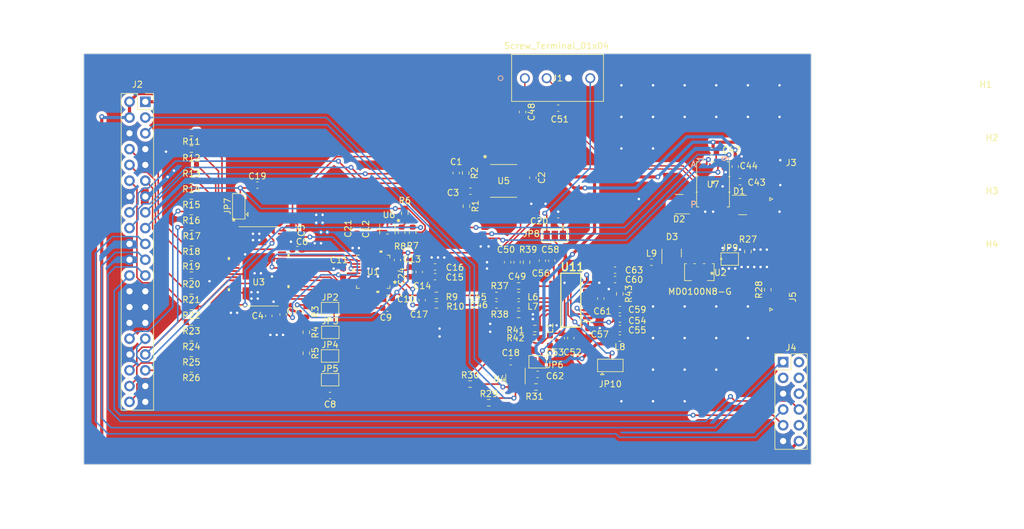
<source format=kicad_pcb>
(kicad_pcb (version 20221018) (generator pcbnew)
  (layers (0 "F.Cu" power) (31 "B.Cu" power) (34 "B.Paste" user) (35 "F.Paste" user) (36 "B.SilkS" user "B.Silkscreen") (37 "F.SilkS" user "F.Silkscreen") (38 "B.Mask" user) (39 "F.Mask" user) (44 "Edge.Cuts" user))
  (net 0 "")
  (net 1 "VCC")
  (net 2 "GND")
  (net 3 "VDD")
  (net 4 "Net-(U5-SENSE{slash}ADJ)")
  (net 5 "Net-(U5-BYP)")
  (net 6 "Net-(JP2-B)")
  (net 7 "Net-(JP10-A)")
  (net 8 "Net-(C13-Pad1)")
  (net 9 "Net-(C13-Pad2)")
  (net 10 "Net-(U1-AIN+)")
  (net 11 "Net-(U1-AIN-)")
  (net 12 "+3.3V")
  (net 13 "Net-(JP8-A)")
  (net 14 "+5V")
  (net 15 "/TO_ADC_H")
  (net 16 "Net-(C45-Pad2)")
  (net 17 "/TO_ADC_L")
  (net 18 "Net-(C46-Pad2)")
  (net 19 "/HV_P")
  (net 20 "/HV_N")
  (net 21 "Net-(C60-Pad2)")
  (net 22 "/TO_LON")
  (net 23 "Net-(C63-Pad1)")
  (net 24 "Net-(D1-A)")
  (net 25 "Net-(D2-A)")
  (net 26 "Net-(D3-A)")
  (net 27 "/TO_VIP")
  (net 28 "/VCM")
  (net 29 "/SDA")
  (net 30 "/SCL")
  (net 31 "/D2")
  (net 32 "/D3")
  (net 33 "/D5")
  (net 34 "/D6")
  (net 35 "/PULSE_A")
  (net 36 "/PULSE_B")
  (net 37 "/PULSE_C")
  (net 38 "/CLK")
  (net 39 "/D0")
  (net 40 "/D1")
  (net 41 "/D7")
  (net 42 "/D4")
  (net 43 "/D8")
  (net 44 "/D9")
  (net 45 "Net-(J3-In)")
  (net 46 "Net-(JP3-A)")
  (net 47 "Net-(JP4-A)")
  (net 48 "/V_GAIN")
  (net 49 "Net-(JP7-C)")
  (net 50 "Net-(U3-O0)")
  (net 51 "Net-(U3-O1)")
  (net 52 "Net-(U3-O2)")
  (net 53 "Net-(U3-O3)")
  (net 54 "Net-(U3-O4)")
  (net 55 "Net-(U3-O5)")
  (net 56 "Net-(U3-O6)")
  (net 57 "Net-(U3-O7)")
  (net 58 "Net-(U3-O8)")
  (net 59 "Net-(U3-O9)")
  (net 60 "Net-(U3-O10)")
  (net 61 "Net-(U3-O11)")
  (net 62 "Net-(U3-O12)")
  (net 63 "Net-(U3-O13)")
  (net 64 "Net-(U3-O14)")
  (net 65 "Net-(U3-O15)")
  (net 66 "Net-(U4-A0)")
  (net 67 "Net-(U1-CLK)")
  (net 72 "Net-(U1-D0)")
  (net 73 "Net-(U1-D1)")
  (net 74 "Net-(U1-D2)")
  (net 75 "Net-(U1-D3)")
  (net 76 "Net-(U1-D4)")
  (net 77 "Net-(U1-D5)")
  (net 78 "Net-(U1-D6)")
  (net 79 "Net-(U1-D7)")
  (net 80 "Net-(U1-D8)")
  (net 81 "Net-(U1-D9)")
  (net 82 "Net-(U1-OF)")
  (net 89 "Net-(JP10-C)")
  (net 90 "Net-(U11-RCLMP)")
  (net 91 "Net-(U11-VPSL)")
  (net 92 "Net-(JP8-C)")
  (net 93 "Net-(U11-LMD)")
  (net 94 "Net-(U11-INH)")
  (net 95 "Net-(U11-VIN)")
  (net 96 "Net-(JP6-B)")
  (net 97 "Net-(U7-DP1)")
  (net 98 "Net-(U7-DP2)")
  (net 99 "Net-(JP9-A)")
  (net 100 "Net-(U11-VOH)")
  (net 101 "Net-(U11-VOL)")
  (net 102 "Net-(U11-ENBV)")
  (net 103 "Net-(U11-ENBL)")
  (net 104 "/din")
  (net 105 "/dout")
  (net 106 "/clkSPI")
  (net 107 "/le")
  (net 113 "Net-(J5-In)")
  (net 114 "Net-(JP9-B)")
  (footprint "Capacitor_SMD:C_0603_1608Metric" (layer "F.Cu") (at 139.192 89.408 90)
    (fp_text reference "C50")
    (fp_text value "1nF")
  )
  (footprint "Resistor_SMD:R_0603_1608Metric" (layer "F.Cu") (at 88.395 68.58 180)
    (fp_text reference "R11")
    (fp_text value "33" hide)
  )
  (footprint "LTC2236:LTC2236IUH-PBF" (layer "F.Cu") (at 117.602 90.932 180)
    (fp_text reference "U1")
    (fp_text value "LTC2236IUH-PBF" hide)
  )
  (footprint "Capacitor_SMD:C_0603_1608Metric" (layer "F.Cu") (at 130.937 75.057 -90)
    (fp_text reference "C1")
    (fp_text value "10uF")
  )
  (footprint "Jumper:SolderJumper-2_P1.3mm_Open_Pad1.0x1.5mm" (layer "F.Cu") (at 110.7138 100.6716)
    (fp_text reference "JP3")
    (fp_text value "Jumper_2_Open" hide)
  )
  (footprint "Inductor_SMD:L_0603_1608Metric" (layer "F.Cu") (at 140.97 96.266)
    (fp_text reference "L7")
    (fp_text value "100nH" hide)
  )
  (footprint "Resistor_SMD:R_0603_1608Metric" (layer "F.Cu") (at 88.395 94.01 180)
    (fp_text reference "R21")
    (fp_text value "33" hide)
  )
  (footprint "Capacitor_SMD:C_0603_1608Metric" (layer "F.Cu") (at 121.4984 89.0514 -90)
    (fp_text reference "C24")
    (fp_text value "0.1u" hide)
  )
  (footprint "Capacitor_SMD:C_0603_1608Metric" (layer "F.Cu") (at 110.678 110.8316 180)
    (fp_text reference "C8")
    (fp_text value "0.1u")
  )
  (footprint "INVERTER:NC7SVU04P5X" (layer "F.Cu") (at 119.888 84.074 -90)
    (fp_text reference "U6")
    (fp_text value "NC7SVU04P5X" hide)
  )
  (footprint "screwConn3:1751264" (layer "F.Cu") (at 141.970999 59.817)
    (fp_text reference "J1")
    (fp_text value "Screw_Terminal_01x04")
  )
  (footprint "Resistor_SMD:R_0603_1608Metric" (layer "F.Cu") (at 181 93.825 90)
    (fp_text reference "R28")
    (fp_text value "0")
  )
  (footprint "Inductor_SMD:L_0603_1608Metric" (layer "F.Cu") (at 141.605 65.25 -90)
    (fp_text reference "C48")
    (fp_text value "100nF")
  )
  (footprint "Connector_Coaxial:SMA_Amphenol_132289_EdgeMount" (layer "F.Cu") (at 185 79.25)
    (fp_text reference "J3")
    (fp_text value "Conn_Coaxial")
  )
  (footprint "Resistor_SMD:R_0603_1608Metric" (layer "F.Cu") (at 88.395 104.05 180)
    (fp_text reference "R25")
    (fp_text value "33" hide)
  )
  (footprint "Capacitor_SMD:C_0603_1608Metric" (layer "F.Cu") (at 117.856 84.074 90)
    (fp_text reference "C12")
    (fp_text value "4.7u" hide)
  )
  (footprint "Resistor_SMD:R_0603_1608Metric" (layer "F.Cu") (at 140.97 93.218)
    (fp_text reference "R37")
    (fp_text value "100" hide)
  )
  (footprint "Resistor_SMD:R_0603_1608Metric" (layer "F.Cu") (at 88.395 81.25 180)
    (fp_text reference "R16")
    (fp_text value "33" hide)
  )
  (footprint "Capacitor_SMD:C_0603_1608Metric" (layer "F.Cu") (at 100.838 98.031 -90)
    (fp_text reference "C4")
    (fp_text value "0.1u")
  )
  (footprint "Resistor_SMD:R_0603_1608Metric" (layer "F.Cu") (at 143.764 109.474)
    (fp_text reference "R31")
    (fp_text value "10K" hide)
  )
  (footprint "Capacitor_SMD:C_0603_1608Metric" (layer "F.Cu") (at 104.648 84.328 -90)
    (fp_text reference "C5")
    (fp_text value "0.1u")
  )
  (footprint "Capacitor_SMD:C_0603_1608Metric" (layer "F.Cu") (at 139.7 105.41)
    (fp_text reference "C18")
    (fp_text value "0.1uF" hide)
  )
  (footprint "Resistor_SMD:R_0603_1608Metric" (layer "F.Cu") (at 88.395 91.5 180)
    (fp_text reference "R20")
    (fp_text value "33" hide)
  )
  (footprint "Connector_PinHeader_2.54mm:PinHeader_2x06_P2.54mm_Vertical" (layer "F.Cu") (at 183.46 105.46)
    (fp_text reference "J4")
    (fp_text value "Conn_01x12_Pin")
  )
  (footprint "Jumper:SolderJumper-3_P1.3mm_Open_Pad1.0x1.5mm" (layer "F.Cu") (at 155.7 106)
    (fp_text reference "JP10")
    (fp_text value "Jumper_3_Bridged12")
  )
  (footprint "Capacitor_SMD:C_0603_1608Metric" (layer "F.Cu") (at 119.888 95.1852)
    (fp_text reference "C10")
    (fp_text value "0.1u" hide)
  )
  (footprint "Capacitor_SMD:C_0603_1608Metric" (layer "F.Cu") (at 152.146 100.838 -90)
    (fp_text reference "C57")
    (fp_text value "100nF" hide)
  )
  (footprint "Capacitor_SMD:C_0603_1608Metric" (layer "F.Cu") (at 146.304 89.154 90)
    (fp_text reference "C58")
    (fp_text value "100nF" hide)
  )
  (footprint "Capacitor_SMD:C_0603_1608Metric" (layer "F.Cu") (at 154.178 95.25 90)
    (fp_text reference "C61")
    (fp_text value "100nF" hide)
  )
  (footprint "MountingHole:MountingHole_3.5mm" (layer "F.Cu") (at 217 91)
    (fp_text reference "H4")
    (fp_text value "MountingHole")
  )
  (footprint "Capacitor_SMD:C_0603_1608Metric" (layer "F.Cu") (at 133.223 77.978)
    (fp_text reference "C3")
    (fp_text value "0.01u")
  )
  (footprint "Jumper:SolderJumper-3_P1.3mm_Open_Pad1.0x1.5mm" (layer "F.Cu") (at 146.782 85.09 180)
    (fp_text reference "JP8")
    (fp_text value "Jumper_3_Bridged12" hide)
  )
  (footprint "Resistor_SMD:R_0603_1608Metric" (layer "F.Cu") (at 88.395 76.23 180)
    (fp_text reference "R14")
    (fp_text value "33" hide)
  )
  (footprint "Connector_PinSocket_2.54mm:PinSocket_2x20_P2.54mm_Vertical" (layer "F.Cu") (at 81 63.6)
    (fp_text reference "J2")
    (fp_text value "Raspberry_Pi_2_3")
  )
  (footprint "Jumper:SolderJumper-2_P1.3mm_Open_Pad1.0x1.5mm" (layer "F.Cu") (at 174.879 88.9)
    (fp_text reference "JP9")
    (fp_text value "Jumper_2_Open" hide)
  )
  (footprint "Resistor_SMD:R_0603_1608Metric" (layer "F.Cu") (at 143.51 101.6 180)
    (fp_text reference "R42")
    (fp_text value "280" hide)
  )
  (footprint "Resistor_SMD:R_0603_1608Metric" (layer "F.Cu") (at 88.395 106.56 180)
    (fp_text reference "R26")
    (fp_text value "33" hide)
  )
  (footprint "Capacitor_SMD:C_0603_1608Metric" (layer "F.Cu") (at 105.41 87.376)
    (fp_text reference "C6")
    (fp_text value "0.1u")
  )
  (footprint "Resistor_SMD:R_0603_1608Metric" (layer "F.Cu") (at 123.952 84.582 -90)
    (fp_text reference "R7")
    (fp_text value "1k" hide)
  )
  (footprint "Resistor_SMD:R_0603_1608Metric" (layer "F.Cu") (at 157.226 94.488 -90)
    (fp_text reference "R43")
    (fp_text value "280" hide)
  )
  (footprint "Capacitor_SMD:C_0603_1608Metric" (layer "F.Cu") (at 127.5566 90.156)
    (fp_text reference "C16")
    (fp_text value "1u" hide)
  )
  (footprint "Capacitor_SMD:C_0603_1608Metric" (layer "F.Cu") (at 99 77)
    (fp_text reference "C19")
    (fp_text value "0.1u" hide)
  )
  (footprint "Connector_Coaxial:SMA_Amphenol_132289_EdgeMount" (layer "F.Cu") (at 185 97)
    (fp_text reference "J5")
    (fp_text value "Conn_Coaxial")
  )
  (footprint "Capacitor_SMD:C_0603_1608Metric" (layer "F.Cu") (at 115 84 90)
    (fp_text reference "C21")
    (fp_text value "0.1uF")
  )
  (footprint "Resistor_SMD:R_0603_1608Metric" (layer "F.Cu") (at 88.395 71.21 180)
    (fp_text reference "R12")
    (fp_text value "33" hide)
  )
  (footprint "Capacitor_SMD:C_0603_1608Metric" (layer "F.Cu") (at 127.5566 91.7308)
    (fp_text reference "C15")
    (fp_text value "1u" hide)
  )
  (footprint "MountingHole:MountingHole_3.5mm" (layer "F.Cu") (at 217 73.9)
    (fp_text reference "H2")
    (fp_text value "MountingHole")
  )
  (footprint "MDO100:MD0100N8-G" (layer "F.Cu") (at 170 91 180)
    (fp_text reference "U2")
    (fp_text value "MD0100N8-G")
  )
  (footprint "Resistor_SMD:R_0603_1608Metric" (layer "F.Cu") (at 140.97 97.79)
    (fp_text reference "R38")
    (fp_text value "100" hide)
  )
  (footprint "Capacitor_SMD:C_0603_1608Metric" (layer "F.Cu") (at 147.32 64.643)
    (fp_text reference "C51")
    (fp_text value "100nF")
  )
  (footprint "Resistor_SMD:R_0603_1608Metric" (layer "F.Cu") (at 143.573 100.076 180)
    (fp_text reference "R41")
    (fp_text value "280" hide)
  )
  (footprint "Capacitor_SMD:C_0603_1608Metric" (layer "F.Cu") (at 143.256 75.819 -90)
    (fp_text reference "C2")
    (fp_text value "1u")
  )
  (footprint "Capacitor_SMD:C_0603_1608Metric" (layer "F.Cu") (at 144.78 89.154 90)
    (fp_text reference "C56")
    (fp_text value "1nF" hide)
  )
  (footprint "Resistor_SMD:R_0603_1608Metric" (layer "F.Cu") (at 88.395 96.52 180)
    (fp_text reference "R22")
    (fp_text value "33" hide)
  )
  (footprint "Package_TO_SOT_SMD:SOT-23" (layer "F.Cu") (at 166.751 80.076 180)
    (fp_text reference "D2")
    (fp_text value "BAV99")
  )
  (footprint "Resistor_SMD:R_0603_1608Metric" (layer "F.Cu") (at 88.395 99.03 180)
    (fp_text reference "R23")
    (fp_text value "33" hide)
  )
  (footprint "Capacitor_SMD:C_0603_1608Metric" (layer "F.Cu") (at 157.226 100.076)
    (fp_text reference "C55")
    (fp_text value "100nF" hide)
  )
  (footprint "Capacitor_SMD:C_0603_1608Metric" (layer "F.Cu") (at 119.888 96.774)
    (fp_text reference "C9")
    (fp_text value "0.1u" hide)
  )
  (footprint "Inductor_SMD:L_0603_1608Metric" (layer "F.Cu") (at 140.97 94.742)
    (fp_text reference "L6")
    (fp_text value "100nH" hide)
  )
  (footprint "Resistor_SMD:R_0603_1608Metric" (layer "F.Cu") (at 136.175 112)
    (fp_text reference "R29")
    (fp_text value "4.7K")
  )
  (footprint "Capacitor_SMD:C_0603_1608Metric" (layer "F.Cu") (at 144.018 107.442 180)
    (fp_text reference "C62")
    (fp_text value "1nF" hide)
  )
  (footprint "Package_TO_SOT_SMD:SOT-23" (layer "F.Cu") (at 165.542 87.9375 90)
    (fp_text reference "D3")
    (fp_text value "BAV99")
  )
  (footprint "Capacitor_SMD:C_0603_1608Metric" (layer "F.Cu") (at 125.0036 90.9688 90)
    (fp_text reference "C14")
    (fp_text value "2.2u" hide)
  )
  (footprint "Jumper:SolderJumper-2_P1.3mm_Open_Pad1.0x1.5mm" (layer "F.Cu") (at 110.678 96.8616)
    (fp_text reference "JP2")
    (fp_text value "Jumper_2_Bridged" hide)
  )
  (footprint "Latch:74VCX16373MTD" (layer "F.Cu") (at 99.2124 90.0684)
    (fp_text reference "U3")
    (fp_text value "74VCX16373MTD" hide)
  )
  (footprint "Resistor_SMD:R_0603_1608Metric" (layer "F.Cu") (at 88.395 86.27 180)
    (fp_text reference "R18")
    (fp_text value "33" hide)
  )
  (footprint "Jumper:SolderJumper-2_P1.3mm_Open_Pad1.0x1.5mm" (layer "F.Cu") (at 144.018 105.41)
    (fp_text reference "JP6")
    (fp_text value "Jumper_2_Bridged" hide)
  )
  (footprint "MountingHole:MountingHole_3.5mm" (layer "F.Cu") (at 216 65.35)
    (fp_text reference "H1")
    (fp_text value "MountingHole")
  )
  (footprint "Resistor_SMD:R_0603_1608Metric" (layer "F.Cu") (at 122.682 81.534 -90)
    (fp_text reference "R6")
    (fp_text value "1k" hide)
  )
  (footprint "Inductor_SMD:L_0603_1608Metric" (layer "F.Cu") (at 176.53 76.454)
    (fp_text reference "C43")
    (fp_text value "100nF")
  )
  (footprint "Resistor_SMD:R_0603_1608Metric" (layer "F.Cu") (at 177.8 87.694 -90)
    (fp_text reference "R27")
    (fp_text value "0")
  )
  (footprint "Resistor_SMD:R_0603_1608Metric" (layer "F.Cu") (at 122.174 84.582 -90)
    (fp_text reference "R8")
    (fp_text value "49.9" hide)
  )
  (footprint "VCCsup:LT1763IS8-3.3-PBF" (layer "F.Cu") (at 138.557 76.327)
    (fp_text reference "U5")
    (fp_text value "LT1763IS8-3.3-PBF" hide)
  )
  (footprint "Capacitor_SMD:C_0603_1608Metric" (layer "F.Cu") (at 147.828 101.613 -90)
    (fp_text reference "C53")
    (fp_text value "100nF" hide)
  )
  (footprint "Capacitor_SMD:C_0603_1608Metric" (layer "F.Cu") (at 149.352 101.6 -90)
    (fp_text reference "C52")
    (fp_text value "1nF" hide)
  )
  (footprint "Resistor_SMD:R_0603_1608Metric" (layer "F.Cu") (at 88.455 83.76 180)
    (fp_text reference "R17")
    (fp_text value "33" hide)
  )
  (footprint "Package_TO_SOT_SMD:SOT-23-6" (layer "F.Cu") (at 140.462 108.204 -90)
    (fp_text reference "U4")
    (fp_text value "MCP4725xxx-xCH" hide)
  )
  (footprint "Inductor_SMD:L_0603_1608Metric" (layer "F.Cu") (at 162.306 89.408)
    (fp_text reference "L9")
    (fp_text value "100nH" hide)
  )
  (footprint "Resistor_SMD:R_0603_1608Metric" (layer "F.Cu") (at 88.395 73.72 180)
    (fp_text reference "R13")
    (fp_text value "33" hide)
  )
  (footprint "Inductor_SMD:L_0603_1608Metric" (layer "F.Cu") (at 137.414 96.266)
    (fp_text reference "C46")
    (fp_text value "100nF" hide)
  )
  (footprint "Inductor_SMD:L_0603_1608Metric" (layer "F.Cu") (at 137.414 94.742)
    (fp_text reference "C45")
    (fp_text value "100nF" hide)
  )
  (footprint "Capacitor_SMD:C_0603_1608Metric" (layer "F.Cu") (at 157.239 98.552)
    (fp_text reference "C54")
    (fp_text value "1nF" hide)
  )
  (footprint "HV7361:HV7361GA-G" (layer "F.Cu") (at 172.196 76.887)
    (fp_text reference "U7")
    (fp_text value "HV7361GA-G" hide)
  )
  (footprint "Resistor_SMD:R_0603_1608Metric" (layer "F.Cu") (at 88.392 88.646 180)
    (fp_text reference "R19")
    (fp_text value "33" hide)
  )
  (footprint "Resistor_SMD:R_0603_1608Metric" (layer "F.Cu") (at 133.175 109)
    (fp_text reference "R30")
    (fp_text value "4.7K")
  )
  (footprint "Capacitor_SMD:C_0603_1608Metric" (layer "F.Cu") (at 147.32 82.804 180)
    (fp_text reference "C20")
    (fp_text value "0.1u" hide)
  )
  (footprint "Resistor_SMD:R_0603_1608Metric" (layer "F.Cu") (at 88.395 101.54 180)
    (fp_text reference "R24")
    (fp_text value "33" hide)
  )
  (footprint "Capacitor_SMD:C_0603_1608Metric" (layer "F.Cu") (at 103.124 97.803 -90)
    (fp_text reference "C7")
    (fp_text value "0.1u")
  )
  (footprint "Resistor_SMD:R_0603_1608Metric" (layer "F.Cu") (at 142.24 89.408 90)
    (fp_text reference "R39")
    (fp_text value "11k")
  )
  (footprint "Inductor_SMD:L_0603_1608Metric" (layer "F.Cu") (at 157.226 101.6 180)
    (fp_text reference "L8")
    (fp_text value "100nH" hide)
  )
  (footprint "Capacitor_SMD:C_0603_1608Metric" (layer "F.Cu") (at 156.464 90.678 180)
    (fp_text reference "C63")
    (fp_text value "100nF" hide)
  )
  (footprint "Capacitor_SMD:C_0603_1608Metric" (layer "F.Cu") (at 125.476 95.504 -90)
    (fp_text reference "C17")
    (fp_text value "55pF" hide)
  )
  (footprint "Resistor_SMD:R_0603_1608Metric" (layer "F.Cu") (at 127.762 94.742 180)
    (fp_text reference "R9")
    (fp_text value "18" hide)
  )
  (footprint "Jumper:SolderJumper-3_P1.3mm_Open_Pad1.0x1.5mm" (layer "F.Cu") (at 96.012 80.4164 90)
    (fp_text reference "JP7")
    (fp_text value "Jumper_3_Bridged12" hide)
  )
  (footprint "Inductor_SMD:L_0603_1608Metric" (layer "F.Cu") (at 171.958 71.628 180)
    (fp_text reference "C47")
    (fp_text value "100nF")
  )
  (footprint "Resistor_SMD:R_0603_1608Metric" (layer "F.Cu") (at 132.461 75.057 -90)
    (fp_text reference "R2")
    (fp_text value "105K")
  )
  (footprint "Resistor_SMD:R_0603_1608Metric" (layer "F.Cu") (at 106.868 100.6716 -90)
    (fp_text reference "R4")
    (fp_text value "1K" hide)
  )
  (footprint "Resistor_SMD:R_0603_1608Metric" (layer "F.Cu") (at 106.868 104.0366 -90)
    (fp_text reference "R5")
    (fp_text value "1K" hide)
  )
  (footprint "Resistor_SMD:R_0603_1608Metric" (layer "F.Cu") (at 88.395 78.74 180)
    (fp_text reference "R15")
    (fp_text value "33" hide)
  )
  (footprint "Capacitor_SMD:C_0603_1608Metric" (layer "F.Cu") (at 157.226 97.028)
    (fp_text reference "C59")
    (fp_text value "100nF" hide)
  )
  (footprint "AD8331:SOP64P600X175-20N" (layer "F.Cu") (at 149.352 95.504 180)
    (fp_text reference "U11")
    (fp_text value "AD8331ARQZ" hide)
  )
  (footprint "MountingHole:MountingHole_3.5mm" (layer "F.Cu") (at 217 82.45)
    (fp_text reference "H3")
    (fp_text value "MountingHole")
  )
  (footprint "Capacitor_SMD:C_0603_1608Metric" (layer "F.Cu") (at 123.4288 90.9688 90)
    (fp_text reference "C13")
    (fp_text value "0.1u" hide)
  )
  (footprint "Capacitor_SMD:C_0603_1608Metric" (layer "F.Cu") (at 112.776 91.186 90)
    (fp_text reference "C11")
    (fp_text value "0.1u" hide)
  )
  (footprint "Inductor_SMD:L_0603_1608Metric" (layer "F.Cu") (at 175.768 74.041 90)
    (fp_text reference "C44")
    (fp_text value "100nF")
  )
  (footprint "Capacitor_SMD:C_0603_1608Metric" (layer "F.Cu") (at 156.464 92.202)
    (fp_text reference "C60")
    (fp_text value "18nF" hide)
  )
  (footprint "Package_TO_SOT_SMD:SOT-23" (layer "F.Cu") (at 176.9595 80.198)
    (fp_text reference "D1")
    (fp_text value "BAV99")
  )
  (footprint "Jumper:SolderJumper-2_P1.3mm_Open_Pad1.0x1.5mm" (layer "F.Cu") (at 110.678 104.4816)
    (fp_text reference "JP4")
    (fp_text value "Jumper_2_Open" hide)
  )
  (footprint "Resistor_SMD:R_0603_1608Metric" (layer "F.Cu") (at 106.868 97.3696 -90)
    (fp_text reference "R3")
    (fp_text value "1K" hide)
  )
  (footprint "Jumper:SolderJumper-2_P1.3mm_Open_Pad1.0x1.5mm" (layer "F.Cu") (at 110.678 108.2916)
    (fp_text reference "JP5")
    (fp_text value "Jumper_2_Open" hide)
  )
  (footprint "Resistor_SMD:R_0603_1608Metric" (layer "F.Cu") (at 127.762 96.266 180)
    (fp_text reference "R10")
    (fp_text value "18" hide)
  )
  (footprint "Resistor_SMD:R_0603_1608Metric" (layer "F.Cu") (at 132.588 80.391 -90)
    (fp_text reference "R1")
    (fp_text value "100K")
  )
  (footprint "Inductor_SMD:L_0603_1608Metric" (layer "F.Cu") (at 140.716 89.408 90)
    (fp_text reference "C49")
    (fp_text value "100nF")
  )
  (footprint "Inductor_SMD:L_0603_1608Metric" (layer "F.Cu") (at 146 102 90)
    (fp_text reference "L1")
    (fp_text value "100nH")
  )
  (gr_line (start 71.12 55.88) (end 187.96 55.88) (stroke (width 0.1)) (layer "Edge.Cuts"))
  (gr_line (start 71.12 55.88) (end 71.12 121.92) (stroke (width 0.1)) (layer "Edge.Cuts"))
  (gr_line (start 71.12 121.92) (end 187.96 121.92) (stroke (width 0.1)) (layer "Edge.Cuts"))
  (gr_line (start 187.96 121.92) (end 187.96 55.88) (stroke (width 0.1)) (layer "Edge.Cuts"))
  (segment (start 105.448 85.344) (end 105.448 86.563) (width 0.25) (layer "F.Cu") (net 1))
  (segment (start 102.9589 87.3184) (end 95.4659 87.3184) (width 0.25) (layer "F.Cu") (net 1))
  (segment (start 104.648 82.55) (end 105.448 83.35) (width 0.25) (layer "F.Cu") (net 1))
  (segment (start 104.394 98.298) (end 103.124 97.028) (width 0.25) (layer "F.Cu") (net 1))
  (segment (start 112.543598 91.961) (end 112.018299 91.435701) (width 0.25) (layer "F.Cu") (net 1))
  (segment (start 104.648 79.492695) (end 104.648 82.55) (width 0.25) (layer "F.Cu") (net 1))
  (segment (start 104.5774 87.3184) (end 102.9589 87.3184) (width 0.25) (layer "F.Cu") (net 1))
  (segment (start 103.124 97.028) (end 101.066 97.028) (width 0.25) (layer "F.Cu") (net 1))
  (segment (start 100.838 97.256) (end 100.838 93.989199) (width 0.25) (layer "F.Cu") (net 1))
  (segment (start 112.776 91.961) (end 112.543598 91.961) (width 0.25) (layer "F.Cu") (net 1))
  (segment (start 104.648 82.55) (end 104.648 83.553) (width 0.25) (layer "F.Cu") (net 1))
  (segment (start 104.648 83.553) (end 103.724299 83.553) (width 0.25) (layer "F.Cu") (net 1))
  (segment (start 100.838 93.989199) (end 102.008799 92.8184) (width 0.25) (layer "F.Cu") (net 1))
  (segment (start 104.635 87.376) (end 104.5774 87.3184) (width 0.25) (layer "F.Cu") (net 1))
  (segment (start 101.066 97.028) (end 100.838 97.256) (width 0.25) (layer "F.Cu") (net 1))
  (segment (start 103.124 97.028) (end 103.124 95.983499) (width 0.25) (layer "F.Cu") (net 1))
  (segment (start 113.555 91.182) (end 115.1496 91.182) (width 0.25) (layer "F.Cu") (net 1))
  (segment (start 103.124 95.983499) (end 102.9589 95.818399) (width 0.25) (layer "F.Cu") (net 1))
  (segment (start 105.448 83.35) (end 105.448 85.344) (width 0.25) (layer "F.Cu") (net 1))
  (segment (start 131.077 74.422) (end 135.83285 74.422) (width 0.25) (layer "F.Cu") (net 1))
  (segment (start 112.776 91.961) (end 113.555 91.182) (width 0.25) (layer "F.Cu") (net 1))
  (segment (start 105.448 86.563) (end 104.635 87.376) (width 0.25) (layer "F.Cu") (net 1))
  (segment (start 102.9589 92.8184) (end 95.4659 92.8184) (width 0.25) (layer "F.Cu") (net 1))
  (segment (start 104.648 98.298) (end 104.394 98.298) (width 0.25) (layer "F.Cu") (net 1))
  (segment (start 102.008799 92.8184) (end 102.9589 92.8184) (width 0.25) (layer "F.Cu") (net 1))
  (segment (start 103.724299 83.553) (end 102.9589 84.318399) (width 0.25) (layer "F.Cu") (net 1))
  (segment (start 130.937 74.282) (end 129.082 72.427) (width 0.25) (layer "F.Cu") (net 1))
  (segment (start 107.442 85.344) (end 105.448 85.344) (width 0.25) (layer "F.Cu") (net 1))
  (segment (start 111.713695 72.427) (end 104.648 79.492695) (width 0.25) (layer "F.Cu") (net 1))
  (segment (start 130.937 74.282) (end 131.077 74.422) (width 0.25) (layer "F.Cu") (net 1))
  (segment (start 129.082 72.427) (end 111.713695 72.427) (width 0.25) (layer "F.Cu") (net 1))
  (via (at 112.018299 91.435701) (size 0.8) (drill 0.4) (layers "F.Cu" "B.Cu") (net 1))
  (via (at 107.442 85.344) (size 0.8) (drill 0.4) (layers "F.Cu" "B.Cu") (net 1))
  (via (at 104.648 98.298) (size 0.8) (drill 0.4) (layers "F.Cu" "B.Cu") (net 1))
  (segment (start 115.062 89.408) (end 110.998 85.344) (width 0.25) (layer "B.Cu") (net 1))
  (segment (start 104.648 96.002695) (end 104.648 98.298) (width 0.25) (layer "B.Cu") (net 1))
  (segment (start 110.998 85.344) (end 107.442 85.344) (width 0.25) (layer "B.Cu") (net 1))
  (segment (start 112.018299 91.435701) (end 109.214994 91.435701) (width 0.25) (layer "B.Cu") (net 1))
  (segment (start 115.062 91.186) (end 115.062 89.408) (width 0.25) (layer "B.Cu") (net 1))
  (segment (start 114.812299 91.435701) (end 115.062 91.186) (width 0.25) (layer "B.Cu") (net 1))
  (segment (start 109.214994 91.435701) (end 104.648 96.002695) (width 0.25) (layer "B.Cu") (net 1))
  (segment (start 112.018299 91.435701) (end 114.812299 91.435701) (width 0.25) (layer "B.Cu") (net 1))
  (segment (start 118.364 90.424) (end 118.11 90.424) (width 0.25) (layer "F.Cu") (net 2))
  (segment (start 119.113 95.224) (end 120.663 96.774) (width 0.25) (layer "F.Cu") (net 2))
  (segment (start 118.852 93.3844) (end 118.852 94.9242) (width 0.25) (layer "F.Cu") (net 2))
  (segment (start 177.3175 76.454) (end 175.8305 77.941) (width 0.25) (layer "F.Cu") (net 2))
  (segment (start 117.098 90.682) (end 117.352 90.682) (width 0.25) (layer "F.Cu") (net 2))
  (segment (start 120.004001 89.2324) (end 119.3016 89.2324) (width 0.25) (layer "F.Cu") (net 2))
  (segment (start 175.8305 77.941) (end 172.175 77.941) (width 0.25) (layer "F.Cu") (net 2))
  (segment (start 101.6 94.727201) (end 101.6 95.758) (width 0.25) (layer "F.Cu") (net 2))
  (segment (start 95.4659 85.818401) (end 98.264401 85.818401) (width 0.25) (layer "F.Cu") (net 2))
  (segment (start 98.552 91.186) (end 98.4196 91.3184) (width 0.25) (layer "F.Cu") (net 2))
  (segment (start 155.448 94.615) (end 155.448 93.726) (width 0.25) (layer "F.Cu") (net 2))
  (segment (start 118.364 90.17) (end 118.364 90.424) (width 0.25) (layer "F.Cu") (net 2))
  (segment (start 119.113 95.1852) (end 119.113 95.224) (width 0.25) (layer "F.Cu") (net 2))
  (segment (start 98.264401 85.818401) (end 98.298 85.852) (width 0.25) (layer "F.Cu") (net 2))
  (segment (start 170.196 80.137) (end 167.283751 80.137) (width 0.25) (layer "F.Cu") (net 2))
  (segment (start 170.688 75.438) (end 171.696 74.43) (width 0.25) (layer "F.Cu") (net 2))
  (segment (start 172.625 76.708) (end 172.554 76.637) (width 0.25) (layer "F.Cu") (net 2))
  (segment (start 118.352001 90.181999) (end 118.364 90.17) (width 0.25) (layer "F.Cu") (net 2))
  (segment (start 116.84 90.424) (end 117.098 90.682) (width 0.25) (layer "F.Cu") (net 2))
  (segment (start 147.722 98.289) (end 147.627 98.384) (width 0.25) (layer "F.Cu") (net 2))
  (segment (start 99.568 90.922695) (end 99.568 91.186) (width 0.25) (layer "F.Cu") (net 2))
  (segment (start 120.0544 89.182001) (end 120.592799 89.182001) (width 0.25) (layer "F.Cu") (net 2))
  (segment (start 147.627 96.464) (end 147.722 96.559) (width 0.25) (layer "F.Cu") (net 2))
  (segment (start 95.4659 91.3184) (end 92.451996 91.3184) (width 0.25) (layer "F.Cu") (net 2))
  (segment (start 172.625 76.708) (end 173.228 76.708) (width 0.25) (layer "F.Cu") (net 2))
  (segment (start 170.688 76.454) (end 170.688 75.438) (width 0.25) (layer "F.Cu") (net 2))
  (segment (start 143.243 107.442) (end 143.243 107.937) (width 0.25) (layer "F.Cu") (net 2))
  (segment (start 173.696 74.382) (end 174.244 74.93) (width 0.25) (layer "F.Cu") (net 2))
  (segment (start 96.012 81.7164) (end 96.042 81.6864) (width 0.25) (layer "F.Cu") (net 2))
  (segment (start 173.228 76.708) (end 173.736 77.216) (width 0.25) (layer "F.Cu") (net 2))
  (segment (start 146.637 99.139) (end 147.066 99.568) (width 0.25) (layer "F.Cu") (net 2))
  (segment (start 142.481 108.204) (end 141.215249 108.204) (width 0.25) (layer "F.Cu") (net 2))
  (segment (start 119.3016 89.2324) (end 117.602 90.932) (width 0.25) (layer "F.Cu") (net 2))
  (segment (start 154.813 95.25) (end 155.448 94.615) (width 0.25) (layer "F.Cu") (net 2))
  (segment (start 171.696 80.137) (end 172.196 80.137) (width 0.25) (layer "F.Cu") (net 2))
  (segment (start 170.516395 74.137) (end 170.196 73.816605) (width 0.25) (layer "F.Cu") (net 2))
  (segment (start 98.044 94.234) (end 97.959601 94.318399) (width 0.25) (layer "F.Cu") (net 2))
  (segment (start 172.689198 76.643802) (end 172.625 76.708) (width 0.25) (layer "F.Cu") (net 2))
  (segment (start 173.196 76.137) (end 172.625 76.708) (width 0.25) (layer "F.Cu") (net 2))
  (segment (start 102.008802 94.318399) (end 101.6 94.727201) (width 0.25) (layer "F.Cu") (net 2))
  (segment (start 92.451996 91.3184) (end 91.314396 92.456) (width 0.25) (layer "F.Cu") (net 2))
  (segment (start 170.696 74.137) (end 170.516395 74.137) (width 0.25) (layer "F.Cu") (net 2))
  (segment (start 104.3634 84.8184) (end 104.648 85.103) (width 0.25) (layer "F.Cu") (net 2))
  (segment (start 146.637 96.464) (end 147.627 96.464) (width 0.25) (layer "F.Cu") (net 2))
  (segment (start 102.9589 91.3184) (end 101.7216 91.3184) (width 0.25) (layer "F.Cu") (net 2))
  (segment (start 102.9589 84.8184) (end 104.3634 84.8184) (width 0.25) (layer "F.Cu") (net 2))
  (segment (start 120.0544 89.182001) (end 120.004001 89.2324) (width 0.25) (layer "F.Cu") (net 2))
  (segment (start 104.648 85.103) (end 104.648 85.852) (width 0.25) (layer "F.Cu") (net 2))
  (segment (start 172.175 77.941) (end 170.688 76.454) (width 0.25) (layer "F.Cu") (net 2))
  (segment (start 153.924 92.71) (end 153.37 93.264) (width 0.25) (layer "F.Cu") (net 2))
  (segment (start 153.37 93.264) (end 152.067 93.264) (width 0.25) (layer "F.Cu") (net 2))
  (segment (start 120.592799 89.182001) (end 121.4984 88.2764) (width 0.25) (layer "F.Cu") (net 2))
  (segment (start 115.1496 90.682) (end 116.582 90.682) (width 0.25) (layer "F.Cu") (net 2))
  (segment (start 104.106401 85.818401) (end 102.9589 85.818401) (width 0.25) (layer "F.Cu") (net 2))
  (segment (start 118.852 94.9242) (end 119.113 95.1852) (width 0.25) (layer "F.Cu") (net 2))
  (segment (start 143.243 107.937) (end 144.589 109.283) (width 0.25) (layer "F.Cu") (net 2))
  (segment (start 143.243 107.442) (end 142.481 108.204) (width 0.25) (layer "F.Cu") (net 2))
  (segment (start 95.4659 88.8184) (end 96.3476 88.8184) (width 0.25) (layer "F.Cu") (net 2))
  (segment (start 118.852 92.182) (end 118.364 91.694) (width 0.25) (layer "F.Cu") (net 2))
  (segment (start 146.637 98.384) (end 146.637 99.139) (width 0.25) (layer "F.Cu") (net 2))
  (segment (start 172.554 76.637) (end 171.696 76.637) (width 0.25) (layer "F.Cu") (net 2))
  (segment (start 98.4196 91.3184) (end 95.4659 91.3184) (width 0.25) (layer "F.Cu") (net 2))
  (segment (start 144.589 109.283) (end 144.589 109.474) (width 0.25) (layer "F.Cu") (net 2))
  (segment (start 170.196 73.816605) (end 170.196 73.637) (width 0.25) (layer "F.Cu") (net 2))
  (segment (start 97.959601 94.318399) (end 95.4659 94.318399) (width 0.25) (layer "F.Cu") (net 2))
  (segment (start 173.696 74.137) (end 173.696 74.382) (width 0.25) (layer "F.Cu") (net 2))
  (segment (start 110.028 110.7066) (end 110.028 108.2916) (width 0.25) (layer "F.Cu") (net 2))
  (segment (start 118.11 90.424) (end 117.602 90.932) (width 0.25) (layer "F.Cu") (net 2))
  (segment (start 144.582 96.464) (end 143.256 97.79) (width 0.25) (layer "F.Cu") (net 2))
  (segment (start 166.394751 79.248) (end 160.274 79.248) (width 0.25) (layer "F.Cu") (net 2))
  (segment (start 146.637 96.464) (end 144.582 96.464) (width 0.25) (layer "F.Cu") (net 2))
  (segment (start 117.856 83.299) (end 118.901751 83.299) (width 0.25) (layer "F.Cu") (net 2))
  (segment (start 140.462 107.450751) (end 140.462 107.0665) (width 0.25) (layer "F.Cu") (net 2))
  (segment (start 147.722 96.559) (end 147.722 98.289) (width 0.25) (layer "F.Cu") (net 2))
  (segment (start 141.215249 108.204) (end 140.462 107.450751) (width 0.25) (layer "F.Cu") (net 2))
  (segment (start 102.9589 94.318399) (end 102.008802 94.318399) (width 0.25) (layer "F.Cu") (net 2))
  (segment (start 167.283751 80.137) (end 166.394751 79.248) (width 0.25) (layer "F.Cu") (net 2))
  (segment (start 118.852 93.3844) (end 118.852 92.182) (width 0.25) (layer "F.Cu") (net 2))
  (segment (start 171.696 74.43) (end 171.696 73.637) (width 0.25) (layer "F.Cu") (net 2))
  (segment (start 118.852 88.4796) (end 118.852 89.682) (width 0.25) (layer "F.Cu") (net 2))
  (segment (start 101.672295 88.8184) (end 99.568 90.922695) (width 0.25) (layer "F.Cu") (net 2))
  (segment (start 152.067 95.184) (end 152.133 95.25) (width 0.25) (layer "F.Cu") (net 2))
  (segment (start 152.133 95.25) (end 154.813 95.25) (width 0.25) (layer "F.Cu") (net 2))
  (segment (start 118.352001 88.4796) (end 118.352001 90.181999) (width 0.25) (layer "F.Cu") (net 2))
  (segment (start 140.475 105.41) (end 140.475 107.0535) (width 0.25) (layer "F.Cu") (net 2))
  (segment (start 118.364 91.694) (end 117.602 90.932) (width 0.25) (layer "F.Cu") (net 2))
  (segment (start 102.9589 88.8184) (end 101.672295 88.8184) (width 0.25) (layer "F.Cu") (net 2))
  (segment (start 96.3476 88.8184) (end 97.028 88.138) (width 0.25) (layer "F.Cu") (net 2))
  (segment (start 104.394 86.106) (end 104.106401 85.818401) (width 0.25) (layer "F.Cu") (net 2))
  (segment (start 104.648 85.852) (end 104.394 86.106) (width 0.25) (layer "F.Cu") (net 2))
  (segment (start 109.903 110.8316) (end 110.028 110.7066) (width 0.25) (layer "F.Cu") (net 2))
  (segment (start 101.7216 91.3184) (end 101.346 91.694) (width 0.25) (layer "F.Cu") (net 2))
  (segment (start 112.776 90.411) (end 111.265 90.411) (width 0.25) (layer "F.Cu") (net 2))
  (segment (start 140.475 107.0535) (end 140.462 107.0665) (width 0.25) (layer "F.Cu") (net 2))
  (segment (start 173.196 76.137) (end 172.689198 76.643802) (width 0.25) (layer "F.Cu") (net 2))
  (segment (start 118.852 89.682) (end 117.602 90.932) (width 0.25) (layer "F.Cu") (net 2))
  (segment (start 147.627 98.384) (end 146.637 98.384) (width 0.25) (layer "F.Cu") (net 2))
  (segment (start 117.352 90.682) (end 117.602 90.932) (width 0.25) (layer "F.Cu") (net 2))
  (segment (start 116.582 90.682) (end 116.84 90.424) (width 0.25) (layer "F.Cu") (net 2))
  (segment (start 111.265 90.411) (end 111.252 90.424) (width 0.25) (layer "F.Cu") (net 2))
  (segment (start 118.901751 83.299) (end 119.238001 82.96275) (width 0.25) (layer "F.Cu") (net 2))
  (via (at 143.256 97.79) (size 0.8) (drill 0.4) (layers "F.Cu" "B.Cu") (net 2))
  (via (at 143.256 98.552) (size 0.8) (drill 0.4) (layers "F.Cu" "B.Cu") (net 2))
  (via (at 135.89 90.424) (size 0.8) (drill 0.4) (layers "F.Cu" "B.Cu") (net 2))
  (via (at 98.298 85.852) (size 0.8) (drill 0.4) (layers "F.Cu" "B.Cu") (net 2))
  (via (at 176.53 87.376) (size 0.8) (drill 0.4) (layers "F.Cu" "B.Cu") (net 2))
  (via (at 172.72 60.96) (size 0.8) (drill 0.4) (layers "F.Cu" "B.Cu") (net 2))
  (via (at 172.72 101.6) (size 0.8) (drill 0.4) (layers "F.Cu" "B.Cu") (net 2))
  (via (at 162.56 71.12) (size 0.8) (drill 0.4) (layers "F.Cu" "B.Cu") (net 2))
  (via (at 157.48 111.76) (size 0.8) (drill 0.4) (layers "F.Cu" "B.Cu") (net 2))
  (via (at 170.942 81.28) (size 0.8) (drill 0.4) (layers "F.Cu" "B.Cu") (net 2))
  (via (at 127 88.646) (size 0.8) (drill 0.4) (layers "F.Cu" "B.Cu") (net 2))
  (via (at 153.924 92.71) (size 0.8) (drill 0.4) (layers "F.Cu" "B.Cu") (net 2))
  (via (at 167.64 101.6) (size 0.8) (drill 0.4) (layers "F.Cu" "B.Cu") (net 2))
  (via (at 109.22 84.582) (size 0.8) (drill 0.4) (layers "F.Cu" "B.Cu") (net 2))
  (via (at 162.56 66.04) (size 0.8) (drill 0.4) (layers "F.Cu" "B.Cu") (net 2))
  (via (at 135.89 89.408) (size 0.8) (drill 0.4) (layers "F.Cu" "B.Cu") (net 2))
  (via (at 148.336 92.71) (size 0.8) (drill 0.4) (layers "F.Cu" "B.Cu") (net 2))
  (via (at 143.002 80.01) (size 0.8) (drill 0.4) (layers "F.Cu" "B.Cu") (net 2))
  (via (at 178.816 90.17) (size 0.8) (drill 0.4) (layers "F.Cu" "B.Cu") (net 2))
  (via (at 175.768 87.122) (size 0.8) (drill 0.4) (layers "F.Cu" "B.Cu") (net 2))
  (via (at 177.8 101.6) (size 0.8) (drill 0.4) (layers "F.Cu" "B.Cu") (net 2))
  (via (at 128.016 88.646) (size 0.8) (drill 0.4) (layers "F.Cu" "B.Cu") (net 2))
  (via (at 182.88 81.28) (size 0.8) (drill 0.4) (layers "F.Cu" "B.Cu") (net 2))
  (via (at 129.032 88.646) (size 0.8) (drill 0.4) (layers "F.Cu" "B.Cu") (net 2))
  (via (at 167.64 96.52) (size 0.8) (drill 0.4) (layers "F.Cu" "B.Cu") (net 2))
  (via (at 179.832 90.17) (size 0.8) (drill 0.4) (layers "F.Cu" "B.Cu") (net 2))
  (via (at 154 100) (size 0.8) (drill 0.4) (layers "F.Cu" "B.Cu") (net 2))
  (via (at 101.092 101.092) (size 0.8) (drill 0.4) (layers "F.Cu" "B.Cu") (net 2))
  (via (at 98.044 94.234) (size 0.8) (drill 0.4) (layers "F.Cu" "B.Cu") (net 2))
  (via (at 108.458 81.788) (size 0.8) (drill 0.4) (layers "F.Cu" "B.Cu") (net 2))
  (via (at 109.22 86.36) (size 0.8) (drill 0.4) (layers "F.Cu" "B.Cu") (net 2))
  (via (at 167.64 111.76) (size 0.8) (drill 0.4) (layers "F.Cu" "B.Cu") (net 2))
  (via (at 98.552 91.186) (size 0.8) (drill 0.4) (layers "F.Cu" "B.Cu") (net 2))
  (via (at 111.252 90.424) (size 0.8) (drill 0.4) (layers "F.Cu" "B.Cu") (net 2))
  (via (at 108.204 86.36) (size 0.8) (drill 0.4) (layers "F.Cu" "B.Cu") (net 2))
  (via (at 173.736 77.216) (size 0.8) (drill 0.4) (layers "F.Cu" "B.Cu") (net 2))
  (via (at 118.364 90.424) (size 0.8) (drill 0.4) (layers "F.Cu" "B.Cu") (net 2))
  (via (at 95.758 97.536) (size 0.8) (drill 0.4) (layers "F.Cu" "B.Cu") (net 2))
  (via (at 94.742 97.536) (size 0.8) (drill 0.4) (layers "F.Cu" "B.Cu") (net 2))
  (via (at 157.48 71.12) (size 0.8) (drill 0.4) (layers "F.Cu" "B.Cu") (net 2))
  (via (at 103.124 101.092) (size 0.8) (drill 0.4) (layers "F.Cu" "B.Cu") (net 2))
  (via (at 180.848 90.17) (size 0.8) (drill 0.4) (layers "F.Cu" "B.Cu") (net 2))
  (via (at 146.05 99.568) (size 0.8) (drill 0.4) (layers "F.Cu" "B.Cu") (net 2))
  (via (at 176.784 72.39) (size 0.8) (drill 0.4) (layers "F.Cu" "B.Cu") (net 2))
  (via (at 116.84 90.424) (size 0.8) (drill 0.4) (layers "F.Cu" "B.Cu") (net 2))
  (via (at 136.398 100.584) (size 0.8) (drill 0.4) (layers "F.Cu" "B.Cu") (net 2))
  (via (at 134.874 86.868) (size 0.8) (drill 0.4) (layers "F.Cu" "B.Cu") (net 2))
  (via (at 110.236 84.582) (size 0.8) (drill 0.4) (layers "F.Cu" "B.Cu") (net 2))
  (via (at 178.816 87.376) (size 0.8) (drill 0.4) (layers "F.Cu" "B.Cu") (net 2))
  (via (at 182.88 66.04) (size 0.8) (drill 0.4) (layers "F.Cu" "B.Cu") (net 2))
  (via (at 147.066 99.568) (size 0.8) (drill 0.4) (layers "F.Cu" "B.Cu") (net 2))
  (via (at 172.212 81.28) (size 0.8) (drill 0.4) (layers "F.Cu" "B.Cu") (net 2))
  (via (at 101.6 95.758) (size 0.8) (drill 0.4) (layers "F.Cu" "B.Cu") (net 2))
  (via (at 173.736 87.122) (size 0.8) (drill 0.4) (layers "F.Cu" "B.Cu") (net 2))
  (via (at 99.06 94.234) (size 0.8) (drill 0.4) (layers "F.Cu" "B.Cu") (net 2))
  (via (at 84.328 71.628) (size 0.8) (drill 0.4) (layers "F.Cu" "B.Cu") (net 2))
  (via (at 173.736 90.424) (size 0.8) (drill 0.4) (layers "F.Cu" "B.Cu") (net 2))
  (via (at 172.72 66.04) (size 0.8) (drill 0.4) (layers "F.Cu" "B.Cu") (net 2))
  (via (at 145.288 80.01) (size 0.8) (drill 0.4) (layers "F.Cu" "B.Cu") (net 2))
  (via (at 172.72 106.68) (size 0.8) (drill 0.4) (layers "F.Cu" "B.Cu") (net 2))
  (via (at 98.298 84.836) (size 0.8) (drill 0.4) (layers "F.Cu" "B.Cu") (net 2))
  (via (at 99.314 84.836) (size 0.8) (drill 0.4) (layers "F.Cu" "B.Cu") (net 2))
  (via (at 136.398 99.314) (size 0.8) (drill 0.4) (layers "F.Cu" "B.Cu") (net 2))
  (via (at 85.598 74.676) (size 0.8) (drill 0.4) (layers "F.Cu" "B.Cu") (net 2))
  (via (at 115.316 87.122) (size 0.8) (drill 0.4) (layers "F.Cu" "B.Cu") (net 2))
  (via (at 162.56 96.52) (size 0.8) (drill 0.4) (layers "F.Cu" "B.Cu") (net 2))
  (via (at 157.48 66.04) (size 0.8) (drill 0.4) (layers "F.Cu" "B.Cu") (net 2))
  (via (at 174.244 74.93) (size 0.8) (drill 0.4) (layers "F.Cu" "B.Cu") (net 2))
  (via (at 114.3 87.122) (size 0.8) (drill 0.4) (layers "F.Cu" "B.Cu") (net 2))
  (via (at 128.27 101.346) (size 0.8) (drill 0.4) (layers "F.Cu" "B.Cu") (net 2))
  (via (at 84.582 75.692) (size 0.8) (drill 0.4) (layers "F.Cu" "B.Cu") (net 2))
  (via (at 167.64 60.96) (size 0.8) (drill 0.4) (layers "F.Cu" "B.Cu") (net 2))
  (via (at 108.458 83.058) (size 0.8) (drill 0.4) (layers "F.Cu" "B.Cu") (net 2))
  (via (at 109.474 83.058) (size 0.8) (drill 0.4) (layers "F.Cu" "B.Cu") (net 2))
  (via (at 179.832 87.376) (size 0.8) (drill 0.4) (layers "F.Cu" "B.Cu") (net 2))
  (via (at 177.8 90.17) (size 0.8) (drill 0.4) (layers "F.Cu" "B.Cu") (net 2))
  (via (at 116.84 91.694) (size 0.8) (drill 0.4) (layers "F.Cu" "B.Cu") (net 2))
  (via (at 175.768 90.424) (size 0.8) (drill 0.4) (layers "F.Cu" "B.Cu") (net 2))
  (via (at 177.8 60.96) (size 0.8) (drill 0.4) (layers "F.Cu" "B.Cu") (net 2))
  (via (at 183 77) (size 0.8) (drill 0.4) (layers "F.Cu" "B.Cu") (net 2))
  (via (at 98.044 95.25) (size 0.8) (drill 0.4) (layers "F.Cu" "B.Cu") (net 2))
  (via (at 91.314396 92.456) (size 0.8) (drill 0.4) (layers "F.Cu" "B.Cu") (net 2))
  (via (at 97.028 88.138) (size 0.8) (drill 0.4) (layers "F.Cu" "B.Cu") (net 2))
  (via (at 118.364 91.694) (size 0.8) (drill 0.4) (layers "F.Cu" "B.Cu") (net 2))
  (via (at 99.568 91.186) (size 0.8) (drill 0.4) (layers "F.Cu" "B.Cu") (net 2))
  (via (at 160.274 79.248) (size 0.8) (drill 0.4) (layers "F.Cu" "B.Cu") (net 2))
  (via (at 155.448 93.726) (size 0.8) (drill 0.4) (layers "F.Cu" "B.Cu") (net 2))
  (via (at 147.32 81.28) (size 0.8) (drill 0.4) (layers "F.Cu" "B.Cu") (net 2))
  (via (at 162.56 106.68) (size 0.8) (drill 0.4) (layers "F.Cu" "B.Cu") (net 2))
  (via (at 128.27 100.076) (size 0.8) (drill 0.4) (layers "F.Cu" "B.Cu") (net 2))
  (via (at 174.752 87.122) (size 0.8) (drill 0.4) (layers "F.Cu" "B.Cu") (net 2))
  (via (at 174.752 90.424) (size 0.8) (drill 0.4) (layers "F.Cu" "B.Cu") (net 2))
  (via (at 109.474 81.788) (size 0.8) (drill 0.4) (layers "F.Cu" "B.Cu") (net 2))
  (via (at 172.72 96.52) (size 0.8) (drill 0.4) (layers "F.Cu" "B.Cu") (net 2))
  (via (at 104.394 86.106) (size 0.8) (drill 0.4) (layers "F.Cu" "B.Cu") (net 2))
  (via (at 177.8 96.52) (size 0.8) (drill 0.4) (layers "F.Cu" "B.Cu") (net 2))
  (via (at 101.346 91.694) (size 0.8) (drill 0.4) (layers "F.Cu" "B.Cu") (net 2))
  (via (at 176.784 90.17) (size 0.8) (drill 0.4) (layers "F.Cu" "B.Cu") (net 2))
  (via (at 99.314 85.852) (size 0.8) (drill 0.4) (layers "F.Cu" "B.Cu") (net 2))
  (via (at 157.48 60.96) (size 0.8) (drill 0.4) (layers "F.Cu" "B.Cu") (net 2))
  (via (at 167.64 66.04) (size 0.8) (drill 0.4) (layers "F.Cu" "B.Cu") (net 2))
  (via (at 99.06 95.25) (size 0.8) (drill 0.4) (layers "F.Cu" "B.Cu") (net 2))
  (via (at 144.272 82.804) (size 0.8) (drill 0.4) (layers "F.Cu" "B.Cu") (net 2))
  (via (at 167.64 106.68) (size 0.8) (drill 0.4) (layers "F.Cu" "B.Cu") (net 2))
  (via (at 136.144 86.868) (size 0.8) (drill 0.4) (layers "F.Cu" "B.Cu") (net 2))
  (via (at 182.88 60.96) (size 0.8) (drill 0.4) (layers "F.Cu" "B.Cu") (net 2))
  (via (at 177.8 66.04) (size 0.8) (drill 0.4) (layers "F.Cu" "B.Cu") (net 2))
  (via (at 180.848 87.376) (size 0.8) (drill 0.4) (layers "F.Cu" "B.Cu") (net 2))
  (via (at 162.56 111.76) (size 0.8) (drill 0.4) (layers "F.Cu" "B.Cu") (net 2))
  (via (at 162.56 60.96) (size 0.8) (drill 0.4) (layers "F.Cu" "B.Cu") (net 2))
  (via (at 183 73) (size 0.8) (drill 0.4) (layers "F.Cu" "B.Cu") (net 2))
  (via (at 162.56 101.6) (size 0.8) (drill 0.4) (layers "F.Cu" "B.Cu") (net 2))
  (via (at 102.108 101.092) (size 0.8) (drill 0.4) (layers "F.Cu" "B.Cu") (net 2))
  (segment (start 106.5894 96.266) (end 106.868 96.5446) (width 0.25) (layer "F.Cu") (net 3))
  (segment (start 119.113 96.774) (end 119.913 97.574) (width 0.25) (layer "F.Cu") (net 3))
  (segment (start 142.634 74.422) (end 143.256 75.044) (width 0.25) (layer "F.Cu") (net 3))
  (segment (start 119.680749 84.328) (end 120.537999 85.18525) (width 0.25) (layer "F.Cu") (net 3))
  (segment (start 119.113 96.774) (end 117.318 96.774) (width 0.25) (layer "F.Cu") (net 3))
  (segment (start 122.2984 89.0264) (end 121.4984 89.8264) (width 0.25) (layer "F.Cu") (net 3))
  (segment (start 137.423305 87.884) (end 141.28115 84.026155) (width 0.25) (layer "F.Cu") (net 3))
  (segment (start 117.094 96.012) (end 117.094 96.998) (width 0.25) (layer "F.Cu") (net 3))
  (segment (start 123.136305 80.709) (end 125.947 83.519695) (width 0.25) (layer "F.Cu") (net 3))
  (segment (start 125.947 83.519695) (end 125.947 84.120305) (width 0.25) (layer "F.Cu") (net 3))
  (segment (start 121.412 94.234) (end 121.412 94.4362) (width 0.25) (layer "F.Cu") (net 3))
  (segment (start 125.947 84.120305) (end 125.485305 84.582) (width 0.25) (layer "F.Cu") (net 3))
  (segment (start 118.352001 93.3844) (end 118.352001 94.061399) (width 0.25) (layer "F.Cu") (net 3))
  (segment (start 118.338 94.0754) (end 118.338 94.768) (width 0.25) (layer "F.Cu") (net 3))
  (segment (start 122.2984 86.9924) (end 122.2984 87.884) (width 0.25) (layer "F.Cu") (net 3))
  (segment (start 117.856 84.849) (end 118.377 84.328) (width 0.25) (layer "F.Cu") (net 3))
  (segment (start 107.185 96.8616) (end 110.028 96.8616) (width 0.25) (layer "F.Cu") (net 3))
  (segment (start 96.266 77.47) (end 97.755 77.47) (width 0.25) (layer "F.Cu") (net 3))
  (segment (start 96.266 77.47) (end 96.266 78.8624) (width 0.25) (layer "F.Cu") (net 3))
  (segment (start 141.28115 74.422) (end 142.634 74.422) (width 0.25) (layer "F.Cu") (net 3))
  (segment (start 122.619 80.772) (end 122.682 80.709) (width 0.25) (layer "F.Cu") (net 3))
  (segment (start 105.41 96.266) (end 106.5894 96.266) (width 0.25) (layer "F.Cu") (net 3))
  (segment (start 118.338 94.768) (end 117.094 96.012) (width 0.25) (layer "F.Cu") (net 3))
  (segment (start 118.352001 94.061399) (end 118.338 94.0754) (width 0.25) (layer "F.Cu") (net 3))
  (segment (start 122 97) (end 122 94.822) (width 0.25) (layer "F.Cu") (net 3))
  (segment (start 140.462 74.422) (end 139.954 74.93) (width 0.25) (layer "F.Cu") (net 3))
  (segment (start 141.28115 74.422) (end 140.462 74.422) (width 0.25) (layer "F.Cu") (net 3))
  (segment (start 117.318 96.774) (end 117.094 96.998) (width 0.25) (layer "F.Cu") (net 3))
  (segment (start 122.2984 87.884) (end 122.682 87.884) (width 0.25) (layer "F.Cu") (net 3))
  (segment (start 125.485305 84.582) (end 121.141249 84.582) (width 0.25) (layer "F.Cu") (net 3))
  (segment (start 140.9042 78.232) (end 141.28115 78.232) (width 0.25) (layer "F.Cu") (net 3))
  (segment (start 121.354 89.682) (end 120.0544 89.682) (width 0.25) (layer "F.Cu") (net 3))
  (segment (start 121.412 94.4362) (end 120.663 95.1852) (width 0.25) (layer "F.Cu") (net 3))
  (segment (start 122 94.822) (end 121.412 94.234) (width 0.25) (layer "F.Cu") (net 3))
  (segment (start 121.4984 89.8264) (end 121.354 89.682) (width 0.25) (layer "F.Cu") (net 3))
  (segment (start 121.426 97.574) (end 122 97) (width 0.25) (layer "F.Cu") (net 3))
  (segment (start 120.537999 85.231999) (end 122.2984 86.9924) (width 0.25) (layer "F.Cu") (net 3))
  (segment (start 139.954 74.93) (end 139.954 77.2818) (width 0.25) (layer "F.Cu") (net 3))
  (segment (start 122.2984 87.884) (end 122.2984 89.0264) (width 0.25) (layer "F.Cu") (net 3))
  (segment (start 120.663 94.755) (end 120.663 95.1852) (width 0.25) (layer "F.Cu") (net 3))
  (segment (start 106.868 96.5446) (end 107.185 96.8616) (width 0.25) (layer "F.Cu") (net 3))
  (segment (start 119.351999 93.443999) (end 120.663 94.755) (width 0.25) (layer "F.Cu") (net 3))
  (segment (start 122.682 87.884) (end 137.423305 87.884) (width 0.25) (layer "F.Cu") (net 3))
  (segment (start 115 84.775) (end 117.782 84.775) (width 0.25) (layer "F.Cu") (net 3))
  (segment (start 141.28115 84.026155) (end 141.28115 78.232) (width 0.25) (layer "F.Cu") (net 3))
  (segment (start 121.158 80.772) (end 122.619 80.772) (width 0.25) (layer "F.Cu") (net 3))
  (segment (start 118.377 84.328) (end 119.680749 84.328) (width 0.25) (layer "F.Cu") (net 3))
  (segment (start 119.913 97.574) (end 121.426 97.574) (width 0.25) (layer "F.Cu") (net 3))
  (segment (start 117.782 84.775) (end 117.856 84.849) (width 0.25) (layer "F.Cu") (net 3))
  (segment (start 139.954 77.2818) (end 140.9042 78.232) (width 0.25) (layer "F.Cu") (net 3))
  (segment (start 97.755 77.47) (end 98.225 77) (width 0.25) (layer "F.Cu") (net 3))
  (segment (start 119.351999 93.3844) (end 119.351999 93.443999) (width 0.25) (layer "F.Cu") (net 3))
  (segment (start 96.266 78.8624) (end 96.012 79.1164) (width 0.25) (layer "F.Cu") (net 3))
  (segment (start 121.141249 84.582) (end 120.537999 85.18525) (width 0.25) (layer "F.Cu") (net 3))
  (segment (start 120.537999 85.18525) (end 120.537999 85.231999) (width 0.25) (layer "F.Cu") (net 3))
  (segment (start 122.682 87.884) (end 123.19 87.884) (width 0.25) (layer "F.Cu") (net 3))
  (segment (start 122.682 80.709) (end 123.136305 80.709) (width 0.25) (layer "F.Cu") (net 3))
  (via (at 105.41 96.266) (size 0.8) (drill 0.4) (layers "F.Cu" "B.Cu") (net 3))
  (via (at 123.19 87.884) (size 0.8) (drill 0.4) (layers "F.Cu" "B.Cu") (net 3))
  (via (at 96.266 77.47) (size 0.8) (drill 0.4) (layers "F.Cu" "B.Cu") (net 3))
  (via (at 121.412 94.234) (size 0.8) (drill 0.4) (layers "F.Cu" "B.Cu") (net 3))
  (via (at 121.158 80.772) (size 0.8) (drill 0.4) (layers "F.Cu" "B.Cu") (net 3))
  (segment (start 96.266 77.47) (end 99.568 80.772) (width 0.25) (layer "B.Cu") (net 3))
  (segment (start 105.664 96.266) (end 105.41 96.266) (width 0.25) (layer "B.Cu") (net 3))
  (segment (start 123.19 92.456) (end 121.412 94.234) (width 0.25) (layer "B.Cu") (net 3))
  (segment (start 107.696 98.298) (end 117.348 98.298) (width 0.25) (layer "B.Cu") (net 3))
  (segment (start 117.348 98.298) (end 121.412 94.234) (width 0.25) (layer "B.Cu") (net 3))
  (segment (start 81 83.92) (end 87.45 77.47) (width 0.25) (layer "B.Cu") (net 3))
  (segment (start 99.568 80.772) (end 121.158 80.772) (width 0.25) (layer "B.Cu") (net 3))
  (segment (start 107.696 98.298) (end 105.664 96.266) (width 0.25) (layer "B.Cu") (net 3))
  (segment (start 87.45 77.47) (end 96.266 77.47) (width 0.25) (layer "B.Cu") (net 3))
  (segment (start 123.19 87.884) (end 123.19 92.456) (width 0.25) (layer "B.Cu") (net 3))
  (segment (start 135.83285 75.692) (end 132.651 75.692) (width 0.25) (layer "F.Cu") (net 4))
  (segment (start 132.448 75.895) (end 132.461 75.882) (width 0.25) (layer "F.Cu") (net 4))
  (segment (start 132.448 77.978) (end 132.448 79.426) (width 0.25) (layer "F.Cu") (net 4))
  (segment (start 132.448 77.978) (end 132.448 75.895) (width 0.25) (layer "F.Cu") (net 4))
  (segment (start 132.651 75.692) (end 132.461 75.882) (width 0.25) (layer "F.Cu") (net 4))
  (segment (start 132.448 79.426) (end 132.588 79.566) (width 0.25) (layer "F.Cu") (net 4))
  (segment (start 134.252 78.232) (end 133.998 77.978) (width 0.25) (layer "F.Cu") (net 5))
  (segment (start 135.83285 78.232) (end 134.252 78.232) (width 0.25) (layer "F.Cu") (net 5))
  (segment (start 115.57 96.774) (end 117.852 94.492) (width 0.25) (layer "F.Cu") (net 6))
  (segment (start 111.4156 96.774) (end 115.57 96.774) (width 0.25) (layer "F.Cu") (net 6))
  (segment (start 111.328 110.7066) (end 111.453 110.8316) (width 0.25) (layer "F.Cu") (net 6))
  (segment (start 117.852 94.492) (end 117.852 93.3844) (width 0.25) (layer "F.Cu") (net 6))
  (segment (start 111.328 96.8616) (end 111.328 110.7066) (width 0.25) (layer "F.Cu") (net 6))
  (segment (start 111.328 96.8616) (end 111.4156 96.774) (width 0.25) (layer "F.Cu") (net 6))
  (segment (start 142.685 100.139) (end 142.748 100.076) (width 0.25) (layer "F.Cu") (net 7))
  (segment (start 151 102.2365) (end 151 104.006695) (width 0.25) (layer "F.Cu") (net 7))
  (segment (start 151 104.006695) (end 150.405 104.601695) (width 0.25) (layer "F.Cu") (net 7))
  (segment (start 148.336 94.996) (end 148.336 100.33) (width 0.25) (layer "F.Cu") (net 7))
  (segment (start 151.202695 106) (end 154.4 106) (width 0.25) (layer "F.Cu") (net 7))
  (segment (start 146.637 94.544) (end 147.884 94.544) (width 0.25) (layer "F.Cu") (net 7))
  (segment (start 149.352 100.825) (end 147.841 100.825) (width 0.25) (layer "F.Cu") (net 7))
  (segment (start 144.752462 102.4) (end 143.485 102.4) (width 0.25) (layer "F.Cu") (net 7))
  (segment (start 150.077 101.55) (end 150.3135 101.55) (width 0.25) (layer "F.Cu") (net 7))
  (segment (start 145.939962 101.2125) (end 144.752462 102.4) (width 0.25) (layer "F.Cu") (net 7))
  (segment (start 142.685 101.6) (end 142.685 100.139) (width 0.25) (layer "F.Cu") (net 7))
  (segment (start 146 101.2125) (end 145.939962 101.2125) (width 0.25) (layer "F.Cu") (net 7))
  (segment (start 150.3135 101.55) (end 151 102.2365) (width 0.25) (layer "F.Cu") (net 7))
  (segment (start 143.485 102.4) (end 142.685 101.6) (width 0.25) (layer "F.Cu") (net 7))
  (segment (start 150.405 105.202305) (end 151.202695 106) (width 0.25) (layer "F.Cu") (net 7))
  (segment (start 150.405 104.601695) (end 150.405 105.202305) (width 0.25) (layer "F.Cu") (net 7))
  (segment (start 147.884 94.544) (end 148.336 94.996) (width 0.25) (layer "F.Cu") (net 7))
  (segment (start 147.841 100.825) (end 147.828 100.838) (width 0.25) (layer "F.Cu") (net 7))
  (segment (start 147.828 100.838) (end 146.3745 100.838) (width 0.25) (layer "F.Cu") (net 7))
  (segment (start 146.3745 100.838) (end 146 101.2125) (width 0.25) (layer "F.Cu") (net 7))
  (segment (start 148.336 100.33) (end 147.828 100.838) (width 0.25) (layer "F.Cu") (net 7))
  (segment (start 149.352 100.825) (end 150.077 101.55) (width 0.25) (layer "F.Cu") (net 7))
  (segment (start 120.0544 91.182) (end 120.0544 91.682001) (width 0.25) (layer "F.Cu") (net 8))
  (segment (start 123.367001 91.682001) (end 120.0544 91.682001) (width 0.25) (layer "F.Cu") (net 8))
  (segment (start 123.4288 91.7438) (end 123.367001 91.682001) (width 0.25) (layer "F.Cu") (net 8))
  (segment (start 126.7816 91.7308) (end 125.0166 91.7308) (width 0.25) (layer "F.Cu") (net 8))
  (segment (start 123.4288 91.7438) (end 125.0036 91.7438) (width 0.25) (layer "F.Cu") (net 8))
  (segment (start 125.0166 91.7308) (end 125.0036 91.7438) (width 0.25) (layer "F.Cu") (net 8))
  (segment (start 126.7816 90.156) (end 125.0414 90.156) (width 0.25) (layer "F.Cu") (net 9))
  (segment (start 120.0544 90.181999) (end 120.0544 90.682) (width 0.25) (layer "F.Cu") (net 9))
  (segment (start 125.0414 90.156) (end 125.0036 90.1938) (width 0.25) (layer "F.Cu") (net 9))
  (segment (start 120.0544 90.682) (end 122.9406 90.682) (width 0.25) (layer "F.Cu") (net 9))
  (segment (start 122.9406 90.682) (end 123.4288 90.1938) (width 0.25) (layer "F.Cu") (net 9))
  (segment (start 125.0036 90.1938) (end 123.4288 90.1938) (width 0.25) (layer "F.Cu") (net 9))
  (segment (start 123.431 94.729) (end 121.383999 92.681999) (width 0.25) (layer "F.Cu") (net 10))
  (segment (start 121.383999 92.681999) (end 120.0544 92.681999) (width 0.25) (layer "F.Cu") (net 10))
  (segment (start 125.476 94.729) (end 123.431 94.729) (width 0.25) (layer "F.Cu") (net 10))
  (segment (start 126.937 94.742) (end 125.489 94.742) (width 0.25) (layer "F.Cu") (net 10))
  (segment (start 125.489 94.742) (end 125.476 94.729) (width 0.25) (layer "F.Cu") (net 10))
  (segment (start 123.698 93.726) (end 123.952 93.726) (width 0.25) (layer "F.Cu") (net 11))
  (segment (start 122.154 92.182) (end 123.698 93.726) (width 0.25) (layer "F.Cu") (net 11))
  (segment (start 120.0544 92.182) (end 122.154 92.182) (width 0.25) (layer "F.Cu") (net 11))
  (segment (start 123.965 96.279) (end 123.952 96.266) (width 0.25) (layer "F.Cu") (net 11))
  (segment (start 125.489 96.266) (end 125.476 96.279) (width 0.25) (layer "F.Cu") (net 11))
  (segment (start 126.937 96.266) (end 125.489 96.266) (width 0.25) (layer "F.Cu") (net 11))
  (segment (start 125.476 96.279) (end 123.965 96.279) (width 0.25) (layer "F.Cu") (net 11))
  (via (at 123.952 93.726) (size 0.8) (drill 0.4) (layers "F.Cu" "B.Cu") (net 11))
  (via (at 123.952 96.266) (size 0.8) (drill 0.4) (layers "F.Cu" "B.Cu") (net 11))
  (segment (start 123.952 93.726) (end 123.952 96.266) (width 0.25) (layer "B.Cu") (net 11))
  (segment (start 175.768 71.374) (end 175.768 73.2535) (width 0.508) (layer "F.Cu") (net 12))
  (segment (start 174.7775 73.2535) (end 175.768 73.2535) (width 0.25) (layer "F.Cu") (net 12))
  (segment (start 137.389 104.927) (end 136.423 104.927) (width 0.25) (layer "F.Cu") (net 12))
  (segment (start 147.828 75.438) (end 149.86 77.47) (width 0.508) (layer "F.Cu") (net 12))
  (segment (start 137.389 104.927) (end 137.389 88.554701) (width 0.25) (layer "F.Cu") (net 12))
  (segment (start 138.925 106.4795) (end 139.512 107.0665) (width 0.25) (layer "F.Cu") (net 12))
  (segment (start 144.272 78.994) (end 147.828 75.438) (width 0.25) (layer "F.Cu") (net 12))
  (segment (start 138.925 105.41) (end 138.925 106.4795) (width 0.25) (layer "F.Cu") (net 12))
  (segment (start 135.99 63.6) (end 147.828 75.438) (width 0.508) (layer "F.Cu") (net 12))
  (segment (start 137.872 105.41) (end 137.389 104.927) (width 0.25) (layer "F.Cu") (net 12))
  (segment (start 174.394 73.637) (end 174.7775 73.2535) (width 0.25) (layer "F.Cu") (net 12))
  (segment (start 132.35 109) (end 135.35 112) (width 0.25) (layer "F.Cu") (net 12))
  (segment (start 81 63.6) (end 135.99 63.6) (width 0.508) (layer "F.Cu") (net 12))
  (segment (start 174.196 73.637) (end 174.394 73.637) (width 0.25) (layer "F.Cu") (net 12))
  (segment (start 144.272 81.671701) (end 144.272 78.994) (width 0.25) (layer "F.Cu") (net 12))
  (segment (start 137.389 88.554701) (end 144.272 81.671701) (width 0.25) (layer "F.Cu") (net 12))
  (segment (start 136.423 104.927) (end 132.35 109) (width 0.25) (layer "F.Cu") (net 12))
  (segment (start 149.86 77.47) (end 151.638 77.47) (width 0.508) (layer "F.Cu") (net 12))
  (segment (start 138.925 105.41) (end 137.872 105.41) (width 0.25) (layer "F.Cu") (net 12))
  (via (at 151.638 77.47) (size 0.8) (drill 0.4) (layers "F.Cu" "B.Cu") (net 12))
  (via (at 175.768 71.374) (size 0.8) (drill 0.4) (layers "F.Cu" "B.Cu") (net 12))
  (segment (start 167.986 69.25) (end 173.644 69.25) (width 0.508) (layer "B.Cu") (net 12))
  (segment (start 151.638 77.47) (end 159.766 77.47) (width 0.508) (layer "B.Cu") (net 12))
  (segment (start 159.766 77.47) (end 167.986 69.25) (width 0.508) (layer "B.Cu") (net 12))
  (segment (start 173.644 69.25) (end 175.768 71.374) (width 0.508) (layer "B.Cu") (net 12))
  (segment (start 148.095 82.804) (end 148.095 85.077) (width 0.25) (layer "F.Cu") (net 13))
  (segment (start 148.095 85.077) (end 148.082 85.09) (width 0.25) (layer "F.Cu") (net 13))
  (segment (start 178.054 73.968912) (end 175.7425 76.280412) (width 0.508) (layer "F.Cu") (net 14))
  (segment (start 174.9735 75.685) (end 175.7425 76.454) (width 0.25) (layer "F.Cu") (net 14))
  (segment (start 136.437088 62.296) (end 149.833088 75.692) (width 0.508) (layer "F.Cu") (net 14))
  (segment (start 172.148 75.685) (end 174.9735 75.685) (width 0.25) (layer "F.Cu") (net 14))
  (segment (start 172.212 71.0945) (end 172.7455 71.628) (width 0.508) (layer "F.Cu") (net 14))
  (segment (start 153.503 102.529) (end 157.0845 102.529) (width 0.508) (layer "F.Cu") (net 14))
  (segment (start 149.606 88.138) (end 153.162 84.582) (width 0.508) (layer "F.Cu") (net 14))
  (segment (start 153.162 75.692) (end 153.162 84.582) (width 0.508) (layer "F.Cu") (net 14))
  (segment (start 171.696 76.137) (end 172.148 75.685) (width 0.25) (layer "F.Cu") (net 14))
  (segment (start 146 104) (end 146 102.7875) (width 0.508) (layer "F.Cu") (net 14))
  (segment (start 176.53 70.104) (end 178.054 71.628) (width 0.508) (layer "F.Cu") (net 14))
  (segment (start 172.696 73.637) (end 172.696 71.6775) (width 0.25) (layer "F.Cu") (net 14))
  (segment (start 74 120) (end 184.16 120) (width 0.508) (layer "F.Cu") (net 14))
  (segment (start 175.7425 76.280412) (end 175.7425 76.454) (width 0.508) (layer "F.Cu") (net 14))
  (segment (start 153.162 75.692) (end 163.322 75.692) (width 0.508) (layer "F.Cu") (net 14))
  (segment (start 153.503 102.529) (end 151.13 104.902) (width 0.508) (layer "F.Cu") (net 14))
  (segment (start 78.46 63.6) (end 79.764 62.296) (width 0.508) (layer "F.Cu") (net 14))
  (segment (start 178.054 71.628) (end 178.054 73.968912) (width 0.508) (layer "F.Cu") (net 14))
  (segment (start 149.833088 75.692) (end 153.162 75.692) (width 0.508) (layer "F.Cu") (net 14))
  (segment (start 172.212 70.104) (end 172.212 71.0945) (width 0.508) (layer "F.Cu") (net 14))
  (segment (start 79.764 62.296) (end 136.437088 62.296) (width 0.508) (layer "F.Cu") (net 14))
  (segment (start 184.16 120) (end 186 118.16) (width 0.508) (layer "F.Cu") (net 14))
  (segment (start 78.46 63.6) (end 78.46 66.14) (width 0.508) (layer "F.Cu") (net 14))
  (segment (start 172.212 70.104) (end 176.53 70.104) (width 0.508) (layer "F.Cu") (net 14))
  (segment (start 158.0135 101.6) (end 157.0845 102.529) (width 0.508) (layer "F.Cu") (net 14))
  (segment (start 172.696 71.6775) (end 172.7455 71.628) (width 0.25) (layer "F.Cu") (net 14))
  (segment (start 74 66) (end 74 120) (width 0.508) (layer "F.Cu") (net 14))
  (via (at 74 66) (size 0.8) (drill 0.4) (layers "F.Cu" "B.Cu") (net 14))
  (via (at 172.212 70.104) (size 0.8) (drill 0.4) (layers "F.Cu" "B.Cu") (net 14))
  (via (at 146 104) (size 0.8) (drill 0.4) (layers "F.Cu" "B.Cu") (net 14))
  (via (at 151.13 104.902) (size 0.8) (drill 0.4) (layers "F.Cu" "B.Cu") (net 14))
  (via (at 149.606 88.138) (size 0.8) (drill 0.4) (layers "F.Cu" "B.Cu") (net 14))
  (via (at 163.322 75.692) (size 0.8) (drill 0.4) (layers "F.Cu" "B.Cu") (net 14))
  (segment (start 149.606 88.138) (end 145.034 92.71) (width 0.508) (layer "B.Cu") (net 14))
  (segment (start 168.91 70.104) (end 172.212 70.104) (width 0.508) (layer "B.Cu") (net 14))
  (segment (start 145.034 92.71) (end 145.034 101.6) (width 0.508) (layer "B.Cu") (net 14))
  (segment (start 143.764 103.823739) (end 145.350261 105.41) (width 0.508) (layer "B.Cu") (net 14))
  (segment (start 146 105.41) (end 148.59 105.41) (width 0.508) (layer "B.Cu") (net 14))
  (segment (start 151.13 104.902) (end 149.606 104.902) (width 0.508) (layer "B.Cu") (net 14))
  (segment (start 145.034 101.6) (end 143.764 102.87) (width 0.508) (layer "B.Cu") (net 14))
  (segment (start 163.322 75.692) (end 168.91 70.104) (width 0.508) (layer "B.Cu") (net 14))
  (segment (start 145.350261 105.41) (end 146 105.41) (width 0.508) (layer "B.Cu") (net 14))
  (segment (start 74 66) (end 74.14 66.14) (width 0.508) (layer "B.Cu") (net 14))
  (segment (start 146 104) (end 146 105.41) (width 0.508) (layer "B.Cu") (net 14))
  (segment (start 143.764 102.87) (end 143.764 103.823739) (width 0.508) (layer "B.Cu") (net 14))
  (segment (start 148.59 105.41) (end 149.352 104.648) (width 0.508) (layer "B.Cu") (net 14))
  (segment (start 74.14 66.14) (end 78.46 66.14) (width 0.508) (layer "B.Cu") (net 14))
  (segment (start 149.606 104.902) (end 149.352 104.648) (width 0.508) (layer "B.Cu") (net 14))
  (segment (start 128.587 94.742) (end 136.6265 94.742) (width 0.25) (layer "F.Cu") (net 15))
  (segment (start 140.145 94.7045) (end 140.1825 94.742) (width 0.25) (layer "F.Cu") (net 16))
  (segment (start 138.2015 94.742) (end 140.1825 94.742) (width 0.25) (layer "F.Cu") (net 16))
  (segment (start 140.145 93.218) (end 140.145 94.7045) (width 0.25) (layer "F.Cu") (net 16))
  (segment (start 136.6265 96.266) (end 128.587 96.266) (width 0.25) (layer "F.Cu") (net 17))
  (segment (start 140.145 96.3035) (end 140.1825 96.266) (width 0.25) (layer "F.Cu") (net 18))
  (segment (start 140.145 97.79) (end 140.145 96.3035) (width 0.25) (layer "F.Cu") (net 18))
  (segment (start 140.1825 96.266) (end 137.922 96.266) (width 0.25) (layer "F.Cu") (net 18))
  (segment (start 150.749 74.422) (end 144.272 67.945) (width 0.2) (layer "F.Cu") (net 19))
  (segment (start 172.696 79.957395) (end 167.160605 74.422) (width 0.2) (layer "F.Cu") (net 19))
  (segment (start 141.970999 59.817) (end 141.970999 64.096501) (width 0.2) (layer "F.Cu") (net 19))
  (segment (start 172.696 80.137) (end 172.696 79.957395) (width 0.2) (layer "F.Cu") (net 19))
  (segment (start 144.272 67.1295) (end 141.605 64.4625) (width 0.2) (layer "F.Cu") (net 19))
  (segment (start 144.272 67.945) (end 144.272 67.1295) (width 0.2) (layer "F.Cu") (net 19))
  (segment (start 141.970999 64.096501) (end 141.605 64.4625) (width 0.2) (layer "F.Cu") (net 19))
  (segment (start 167.160605 74.422) (end 150.749 74.422) (width 0.2) (layer "F.Cu") (net 19))
  (segment (start 155.816 73.914) (end 167.386 73.914) (width 0.2) (layer "F.Cu") (net 20))
  (segment (start 177.0595 79.584396) (end 176.506896 80.137) (width 0.2) (layer "F.Cu") (net 20))
  (segment (start 146.545 60.891) (end 146.545 64.643) (width 0.2) (layer "F.Cu") (net 20))
  (segment (start 176.795896 78.648) (end 177.0595 78.911604) (width 0.2) (layer "F.Cu") (net 20))
  (segment (start 176.506896 80.137) (end 174.196 80.137) (width 0.2) (layer "F.Cu") (net 20))
  (segment (start 167.386 73.914) (end 172.12 78.648) (width 0.2) (layer "F.Cu") (net 20))
  (segment (start 172.12 78.648) (end 176.795896 78.648) (width 0.2) (layer "F.Cu") (net 20))
  (segment (start 177.0595 78.911604) (end 177.0595 79.584396) (width 0.2) (layer "F.Cu") (net 20))
  (segment (start 146.545 64.643) (end 155.816 73.914) (width 0.2) (layer "F.Cu") (net 20))
  (segment (start 145.471 59.817) (end 146.545 60.891) (width 0.2) (layer "F.Cu") (net 20))
  (segment (start 157.226 93.663) (end 157.226 92.215) (width 0.25) (layer "F.Cu") (net 21))
  (segment (start 157.226 92.215) (end 157.239 92.202) (width 0.25) (layer "F.Cu") (net 21))
  (segment (start 157.226 95.313) (end 156.655 95.313) (width 0.25) (layer "F.Cu") (net 22))
  (segment (start 156.655 95.313) (end 155.943 96.025) (width 0.25) (layer "F.Cu") (net 22))
  (segment (start 155.943 96.025) (end 154.178 96.025) (width 0.25) (layer "F.Cu") (net 22))
  (segment (start 152.067 96.464) (end 153.739 96.464) (width 0.25) (layer "F.Cu") (net 22))
  (segment (start 153.739 96.464) (end 154.178 96.025) (width 0.25) (layer "F.Cu") (net 22))
  (segment (start 160.2485 90.678) (end 157.239 90.678) (width 0.25) (layer "F.Cu") (net 23))
  (segment (start 161.5185 89.408) (end 160.2485 90.678) (width 0.25) (layer "F.Cu") (net 23))
  (segment (start 174.366 81.148) (end 173.696 80.478) (width 0.25) (layer "F.Cu") (net 24))
  (segment (start 173.696 80.478) (end 173.696 80.137) (width 0.25) (layer "F.Cu") (net 24))
  (segment (start 176.022 81.148) (end 174.366 81.148) (width 0.25) (layer "F.Cu") (net 24))
  (segment (start 170.364605 79.126) (end 167.6885 79.126) (width 0.25) (layer "F.Cu") (net 25))
  (segment (start 171.196 80.137) (end 171.196 79.957395) (width 0.25) (layer "F.Cu") (net 25))
  (segment (start 171.196 79.957395) (end 170.364605 79.126) (width 0.25) (layer "F.Cu") (net 25))
  (segment (start 168.5 89.377499) (end 168.377499 89.377499) (width 0.25) (layer "F.Cu") (net 26))
  (segment (start 168 89) (end 167.8197 89) (width 0.25) (layer "F.Cu") (net 26))
  (segment (start 167.8197 89) (end 167.4117 89.408) (width 0.25) (layer "F.Cu") (net 26))
  (segment (start 167.4117 89.408) (end 163.0935 89.408) (width 0.25) (layer "F.Cu") (net 26))
  (segment (start 168.377499 89.377499) (end 168 89) (width 0.25) (layer "F.Cu") (net 26))
  (segment (start 150.982 94.619) (end 150.982 95.749) (width 0.25) (layer "F.Cu") (net 27))
  (segment (start 152.067 94.544) (end 151.057 94.544) (width 0.25) (layer "F.Cu") (net 27))
  (segment (start 151.057 95.824) (end 152.067 95.824) (width 0.25) (layer "F.Cu") (net 27))
  (segment (start 150.982 95.749) (end 151.057 95.824) (width 0.25) (layer "F.Cu") (net 27))
  (segment (start 151.057 94.544) (end 150.982 94.619) (width 0.25) (layer "F.Cu") (net 27))
  (segment (start 145.161 81.534) (end 145.482 81.855) (width 0.25) (layer "F.Cu") (net 28))
  (segment (start 145.482 81.855) (end 145.482 85.09) (width 0.25) (layer "F.Cu") (net 28))
  (via (at 145.161 81.534) (size 0.8) (drill 0.4) (layers "F.Cu" "B.Cu") (net 28))
  (segment (start 152.471001 59.817) (end 152.471001 74.223999) (width 0.25) (layer "B.Cu") (net 28))
  (segment (start 152.471001 74.223999) (end 145.161 81.534) (width 0.25) (layer "B.Cu") (net 28))
  (segment (start 137.956 109) (end 138.43 109.474) (width 0.25) (layer "F.Cu") (net 29))
  (segment (start 138.43 109.474) (end 139.3795 109.474) (width 0.25) (layer "F.Cu") (net 29))
  (segment (start 134 109) (end 137.956 109) (width 0.25) (layer "F.Cu") (net 29))
  (segment (start 139.3795 109.474) (end 139.512 109.3415) (width 0.25) (layer "F.Cu") (net 29))
  (via (at 138.43 109.474) (size 0.8) (drill 0.4) (layers "F.Cu" "B.Cu") (net 29))
  (segment (start 133.858 89.916) (end 133.858 104.902) (width 0.25) (layer "B.Cu") (net 29))
  (segment (start 110.082 66.14) (end 133.858 89.916) (width 0.25) (layer "B.Cu") (net 29))
  (segment (start 133.858 104.902) (end 138.43 109.474) (width 0.25) (layer "B.Cu") (net 29))
  (segment (start 81 66.14) (end 110.082 66.14) (width 0.25) (layer "B.Cu") (net 29))
  (segment (start 137.748 111.252) (end 140.208 111.252) (width 0.25) (layer "F.Cu") (net 30))
  (segment (start 140.462 110.998) (end 140.208 111.252) (width 0.25) (layer "F.Cu") (net 30))
  (segment (start 140.462 109.3415) (end 140.462 110.998) (width 0.25) (layer "F.Cu") (net 30))
  (segment (start 137 112) (end 137.748 111.252) (width 0.25) (layer "F.Cu") (net 30))
  (via (at 140.208 111.252) (size 0.8) (drill 0.4) (layers "F.Cu" "B.Cu") (net 30))
  (segment (start 133.096 90.17) (end 110.241 67.315) (width 0.25) (layer "B.Cu") (net 30))
  (segment (start 140.208 111.252) (end 138.684 111.252) (width 0.25) (layer "B.Cu") (net 30))
  (segment (start 133.096 105.664) (end 133.096 90.17) (width 0.25) (layer "B.Cu") (net 30))
  (segment (start 138.684 111.252) (end 133.096 105.664) (width 0.25) (layer "B.Cu") (net 30))
  (segment (start 110.241 67.315) (end 82.365 67.315) (width 0.25) (layer "B.Cu") (net 30))
  (segment (start 82.365 67.315) (end 81 68.68) (width 0.25) (layer "B.Cu") (net 30))
  (segment (start 87.57 86.27) (end 86.9812 86.27) (width 0.25) (layer "F.Cu") (net 31))
  (segment (start 81.296701 72.395) (end 79.635 72.395) (width 0.25) (layer "F.Cu") (net 31))
  (segment (start 86.9812 86.27) (end 83.075 82.3638) (width 0.25) (layer "F.Cu") (net 31))
  (segment (start 83.075 82.3638) (end 83.075 74.173299) (width 0.25) (layer "F.Cu") (net 31))
  (segment (start 79.635 72.395) (end 78.46 71.22) (width 0.25) (layer "F.Cu") (net 31))
  (segment (start 83.075 74.173299) (end 81.296701 72.395) (width 0.25) (layer "F.Cu") (net 31))
  (segment (start 79.635 74.935) (end 78.46 73.76) (width 0.25) (layer "F.Cu") (net 32))
  (segment (start 82.625 76.263299) (end 81.296701 74.935) (width 0.25) (layer "F.Cu") (net 32))
  (segment (start 87.57 88.78) (end 82.625 83.835) (width 0.25) (layer "F.Cu") (net 32))
  (segment (start 82.625 83.835) (end 82.625 76.263299) (width 0.25) (layer "F.Cu") (net 32))
  (segment (start 81.296701 74.935) (end 79.635 74.935) (width 0.25) (layer "F.Cu") (net 32))
  (segment (start 87.57 94.01) (end 84 90.44) (width 0.25) (layer "F.Cu") (net 33))
  (segment (start 82.175 84.021396) (end 82.175 77.475) (width 0.25) (layer "F.Cu") (net 33))
  (segment (start 82.175 77.475) (end 81 76.3) (width 0.25) (layer "F.Cu") (net 33))
  (segment (start 84 85.846396) (end 82.175 84.021396) (width 0.25) (layer "F.Cu") (net 33))
  (segment (start 84 90.44) (end 84 85.846396) (width 0.25) (layer "F.Cu") (net 33))
  (segment (start 83.765 92.715) (end 80.513299 92.715) (width 0.25) (layer "F.Cu") (net 34))
  (segment (start 79.6544 91.856101) (end 79.6544 77.4944) (width 0.25) (layer "F.Cu") (net 34))
  (segment (start 79.6544 77.4944) (end 78.46 76.3) (width 0.25) (layer "F.Cu") (net 34))
  (segment (start 80.513299 92.715) (end 79.6544 91.856101) (width 0.25) (layer "F.Cu") (net 34))
  (segment (start 87.57 96.52) (end 83.765 92.715) (width 0.25) (layer "F.Cu") (net 34))
  (segment (start 123.698 75.184) (end 132.334 83.82) (width 0.25) (layer "F.Cu") (net 35))
  (segment (start 174.752 72.136) (end 173.696 73.192) (width 0.25) (layer "F.Cu") (net 35))
  (segment (start 116.332 75.184) (end 123.698 75.184) (width 0.25) (layer "F.Cu") (net 35))
  (segment (start 132.334 83.82) (end 134.112 83.82) (width 0.25) (layer "F.Cu") (net 35))
  (segment (start 173.696 73.192) (end 173.696 73.637) (width 0.25) (layer "F.Cu") (net 35))
  (via (at 134.112 83.82) (size 0.8) (drill 0.4) (layers "F.Cu" "B.Cu") (net 35))
  (via (at 116.332 75.184) (size 0.8) (drill 0.4) (layers "F.Cu" "B.Cu") (net 35))
  (via (at 174.752 72.136) (size 0.8) (drill 0.4) (layers "F.Cu" "B.Cu") (net 35))
  (segment (start 81 81.38) (end 87.196 75.184) (width 0.25) (layer "B.Cu") (net 35))
  (segment (start 169.672 72.136) (end 174.752 72.136) (width 0.25) (layer "B.Cu") (net 35))
  (segment (start 87.196 75.184) (end 116.078 75.184) (width 0.25) (layer "B.Cu") (net 35))
  (segment (start 134.112 83.82) (end 157.988 83.82) (width 0.25) (layer "B.Cu") (net 35))
  (segment (start 116.078 75.184) (end 116.332 75.184) (width 0.25) (layer "B.Cu") (net 35))
  (segment (start 157.988 83.82) (end 169.672 72.136) (width 0.25) (layer "B.Cu") (net 35))
  (segment (start 132.297 85.561) (end 137.885 85.561) (width 0.25) (layer "F.Cu") (net 36))
  (segment (start 123.444 76.708) (end 132.297 85.561) (width 0.25) (layer "F.Cu") (net 36))
  (segment (start 137.885 85.561) (end 138.176 85.852) (width 0.25) (layer "F.Cu") (net 36))
  (segment (start 172.974 74.93) (end 172.974 74.168) (width 0.25) (layer "F.Cu") (net 36))
  (segment (start 172.974 74.168) (end 173.196 73.946) (width 0.25) (layer "F.Cu") (net 36))
  (segment (start 173.196 73.946) (end 173.196 73.637) (width 0.25) (layer "F.Cu") (net 36))
  (segment (start 112.014 73.152) (end 112.014 73.161305) (width 0.25) (layer "F.Cu") (net 36))
  (segment (start 138.176 85.852) (end 138.43 85.852) (width 0.25) (layer "F.Cu") (net 36))
  (segment (start 112.014 73.161305) (end 115.560695 76.708) (width 0.25) (layer "F.Cu") (net 36))
  (segment (start 115.560695 76.708) (end 123.444 76.708) (width 0.25) (layer "F.Cu") (net 36))
  (via (at 112.014 73.152) (size 0.8) (drill 0.4) (layers "F.Cu" "B.Cu") (net 36))
  (via (at 172.974 74.93) (size 0.8) (drill 0.4) (layers "F.Cu" "B.Cu") (net 36))
  (via (at 138.43 85.852) (size 0.8) (drill 0.4) (layers "F.Cu" "B.Cu") (net 36))
  (segment (start 79.825 78.353299) (end 80.703299 77.475) (width 0.25) (layer "B.Cu") (net 36))
  (segment (start 81.529 77.475) (end 85.852 73.152) (width 0.25) (layer "B.Cu") (net 36))
  (segment (start 78.46 81.38) (end 79.825 80.015) (width 0.25) (layer "B.Cu") (net 36))
  (segment (start 158.242 85.852) (end 138.43 85.852) (width 0.25) (layer "B.Cu") (net 36))
  (segment (start 169.164 74.93) (end 158.242 85.852) (width 0.25) (layer "B.Cu") (net 36))
  (segment (start 79.825 80.015) (end 79.825 78.353299) (width 0.25) (layer "B.Cu") (net 36))
  (segment (start 85.852 73.152) (end 112.014 73.152) (width 0.25) (layer "B.Cu") (net 36))
  (segment (start 172.974 74.93) (end 169.164 74.93) (width 0.25) (layer "B.Cu") (net 36))
  (segment (start 80.703299 77.475) (end 81.529 77.475) (width 0.25) (layer "B.Cu") (net 36))
  (segment (start 115.824 75.946) (end 123.823604 75.946) (width 0.25) (layer "F.Cu") (net 37))
  (segment (start 123.823604 75.946) (end 132.713604 84.836) (width 0.25) (layer "F.Cu") (net 37))
  (segment (start 171.196 73.152) (end 171.196 73.637) (width 0.25) (layer "F.Cu") (net 37))
  (segment (start 132.713604 84.836) (end 136.652 84.836) (width 0.25) (layer "F.Cu") (net 37))
  (segment (start 114.046 74.168) (end 115.824 75.946) (width 0.25) (layer "F.Cu") (net 37))
  (segment (start 171.45 72.898) (end 171.196 73.152) (width 0.25) (layer "F.Cu") (net 37))
  (segment (start 170.696 73.637) (end 171.196 73.637) (width 0.25) (layer "F.Cu") (net 37))
  (via (at 171.45 72.898) (size 0.8) (drill 0.4) (layers "F.Cu" "B.Cu") (net 37))
  (via (at 136.652 84.836) (size 0.8) (drill 0.4) (layers "F.Cu" "B.Cu") (net 37))
  (via (at 114.046 74.168) (size 0.8) (drill 0.4) (layers "F.Cu" "B.Cu") (net 37))
  (segment (start 78.46 83.92) (end 79.825 82.555) (width 0.25) (layer "B.Cu") (net 37))
  (segment (start 79.825 80.893299) (end 80.703299 80.015) (width 0.25) (layer "B.Cu") (net 37))
  (segment (start 87.575604 74.168) (end 114.046 74.168) (width 0.25) (layer "B.Cu") (net 37))
  (segment (start 136.652 84.836) (end 158.242 84.836) (width 0.25) (layer "B.Cu") (net 37))
  (segment (start 158.242 84.836) (end 170.18 72.898) (width 0.25) (layer "B.Cu") (net 37))
  (segment (start 80.703299 80.015) (end 81.728604 80.015) (width 0.25) (layer "B.Cu") (net 37))
  (segment (start 79.825 82.555) (end 79.825 80.893299) (width 0.25) (layer "B.Cu") (net 37))
  (segment (start 81.728604 80.015) (end 87.575604 74.168) (width 0.25) (layer "B.Cu") (net 37))
  (segment (start 170.18 72.898) (end 171.45 72.898) (width 0.25) (layer "B.Cu") (net 37))
  (segment (start 119.888 82.96275) (end 119.888 83.6509) (width 0.25) (layer "F.Cu") (net 38))
  (segment (start 119.9941 83.757) (end 123.952 83.757) (width 0.25) (layer "F.Cu") (net 38))
  (segment (start 122.682 82.359) (end 122.682 83.249) (width 0.25) (layer "F.Cu") (net 38))
  (segment (start 119.888 83.6509) (end 119.9941 83.757) (width 0.25) (layer "F.Cu") (net 38))
  (segment (start 124.015 83.82) (end 123.952 83.757) (width 0.25) (layer "F.Cu") (net 38))
  (segment (start 125.222 83.82) (end 124.015 83.82) (width 0.25) (layer "F.Cu") (net 38))
  (segment (start 122.682 83.249) (end 122.174 83.757) (width 0.25) (layer "F.Cu") (net 38))
  (via (at 125.222 83.82) (size 0.8) (drill 0.4) (layers "F.Cu" "B.Cu") (net 38))
  (segment (start 81.486701 105.415) (end 82.175 104.726701) (width 0.25) (layer "B.Cu") (net 38))
  (segment (start 102.87 83.82) (end 125.222 83.82) (width 0.25) (layer "B.Cu") (net 38))
  (segment (start 82.175 104.515) (end 102.87 83.82) (width 0.25) (layer "B.Cu") (net 38))
  (segment (start 80.513299 105.415) (end 81.486701 105.415) (width 0.25) (layer "B.Cu") (net 38))
  (segment (start 79.635 103.065) (end 79.635 104.536701) (width 0.25) (layer "B.Cu") (net 38))
  (segment (start 79.635 104.536701) (end 80.513299 105.415) (width 0.25) (layer "B.Cu") (net 38))
  (segment (start 82.175 104.726701) (end 82.175 104.515) (width 0.25) (layer "B.Cu") (net 38))
  (segment (start 81 101.7) (end 79.635 103.065) (width 0.25) (layer "B.Cu") (net 38))
  (segment (start 86.4408 81.25) (end 86.33 81.25) (width 0.25) (layer "F.Cu") (net 39))
  (segment (start 86.33 81.25) (end 86.2584 81.1784) (width 0.25) (layer "F.Cu") (net 39))
  (segment (start 87.57 81.25) (end 86.4408 81.25) (width 0.25) (layer "F.Cu") (net 39))
  (via (at 86.2584 81.1784) (size 0.8) (drill 0.4) (layers "F.Cu" "B.Cu") (net 39))
  (segment (start 79.635 100.525) (end 78.46 101.7) (width 0.25) (layer "B.Cu") (net 39))
  (segment (start 85.4202 82.0166) (end 85.4202 96.591501) (width 0.25) (layer "B.Cu") (net 39))
  (segment (start 86.2584 81.1784) (end 85.4202 82.0166) (width 0.25) (layer "B.Cu") (net 39))
  (segment (start 81.486701 100.525) (end 79.635 100.525) (width 0.25) (layer "B.Cu") (net 39))
  (segment (start 85.4202 96.591501) (end 81.486701 100.525) (width 0.25) (layer "B.Cu") (net 39))
  (segment (start 86.2422 83.76) (end 86.2076 83.7946) (width 0.25) (layer "F.Cu") (net 40))
  (segment (start 86.5978 83.76) (end 86.2422 83.76) (width 0.25) (layer "F.Cu") (net 40))
  (segment (start 87.57 83.76) (end 86.5978 83.76) (width 0.25) (layer "F.Cu") (net 40))
  (via (at 86.2076 83.7946) (size 0.8) (drill 0.4) (layers "F.Cu" "B.Cu") (net 40))
  (segment (start 86.2076 99.0324) (end 81 104.24) (width 0.25) (layer "B.Cu") (net 40))
  (segment (start 86.2076 83.7946) (end 86.2076 99.0324) (width 0.25) (layer "B.Cu") (net 40))
  (segment (start 88.295 102.032462) (end 83.547462 106.78) (width 0.25) (layer "F.Cu") (net 41))
  (segment (start 83.547462 106.78) (end 81 106.78) (width 0.25) (layer "F.Cu") (net 41))
  (segment (start 88.295 99.755) (end 88.295 102.032462) (width 0.25) (layer "F.Cu") (net 41))
  (segment (start 87.57 99.03) (end 88.295 99.755) (width 0.25) (layer "F.Cu") (net 41))
  (segment (start 79.635 103.943299) (end 79.635 105.605) (width 0.25) (layer "F.Cu") (net 42))
  (segment (start 87.57 91.5) (end 88.295 92.225) (width 0.25) (layer "F.Cu") (net 42))
  (segment (start 88.295 92.225) (end 88.295 97.012462) (width 0.25) (layer "F.Cu") (net 42))
  (segment (start 80.513299 103.065) (end 79.635 103.943299) (width 0.25) (layer "F.Cu") (net 42))
  (segment (start 82.242462 103.065) (end 80.513299 103.065) (width 0.25) (layer "F.Cu") (net 42))
  (segment (start 88.295 97.012462) (end 82.242462 103.065) (width 0.25) (layer "F.Cu") (net 42))
  (segment (start 79.635 105.605) (end 78.46 106.78) (width 0.25) (layer "F.Cu") (net 42))
  (segment (start 83.505 105.605) (end 80.323299 105.605) (width 0.25) (layer "F.Cu") (net 43))
  (segment (start 79.635 106.293299) (end 79.635 108.145) (width 0.25) (layer "F.Cu") (net 43))
  (segment (start 80.323299 105.605) (end 79.635 106.293299) (width 0.25) (layer "F.Cu") (net 43))
  (segment (start 79.635 108.145) (end 78.46 109.32) (width 0.25) (layer "F.Cu") (net 43))
  (segment (start 87.57 101.54) (end 83.505 105.605) (width 0.25) (layer "F.Cu") (net 43))
  (segment (start 79.6544 109.003899) (end 79.6544 110.6656) (width 0.25) (layer "F.Cu") (net 44))
  (segment (start 80.513299 108.145) (end 79.6544 109.003899) (width 0.25) (layer "F.Cu") (net 44))
  (segment (start 87.57 104.05) (end 83.475 108.145) (width 0.25) (layer "F.Cu") (net 44))
  (segment (start 83.475 108.145) (end 80.513299 108.145) (width 0.25) (layer "F.Cu") (net 44))
  (segment (start 79.6544 110.6656) (end 78.46 111.86) (width 0.25) (layer "F.Cu") (net 44))
  (segment (start 177.673 82.677) (end 177.8 82.804) (width 0.25) (layer "F.Cu") (net 45))
  (segment (start 177.8 86.869) (end 177.8 82.804) (width 0.25) (layer "F.Cu") (net 45))
  (segment (start 177.8 82.804) (end 177.8 80.295) (width 0.25) (layer "F.Cu") (net 45))
  (segment (start 165.8135 80.560251) (end 167.930249 82.677) (width 0.25) (layer "F.Cu") (net 45))
  (segment (start 177.8 80.295) (end 177.897 80.198) (width 0.25) (layer "F.Cu") (net 45))
  (segment (start 167.930249 82.677) (end 177.673 82.677) (width 0.25) (layer "F.Cu") (net 45))
  (segment (start 178.845 79.25) (end 177.897 80.198) (width 0.508) (layer "F.Cu") (net 45))
  (segment (start 165.8135 80.076) (end 165.8135 80.560251) (width 0.25) (layer "F.Cu") (net 45))
  (segment (start 185 79.25) (end 178.845 79.25) (width 0.508) (layer "F.Cu") (net 45))
  (segment (start 109.599 99.8466) (end 110.0638 100.3114) (width 0.25) (layer "F.Cu") (net 46))
  (segment (start 106.868 99.8466) (end 109.599 99.8466) (width 0.25) (layer "F.Cu") (net 46))
  (segment (start 106.868 99.8466) (end 106.868 98.1946) (width 0.25) (layer "F.Cu") (net 46))
  (segment (start 110.0638 100.3114) (end 110.0638 100.6716) (width 0.25) (layer "F.Cu") (net 46))
  (segment (start 106.868 101.4966) (end 106.868 103.2116) (width 0.25) (layer "F.Cu") (net 47))
  (segment (start 110.028 104.4816) (end 109.662 104.4816) (width 0.25) (layer "F.Cu") (net 47))
  (segment (start 109.662 104.4816) (end 108.392 103.2116) (width 0.25) (layer "F.Cu") (net 47))
  (segment (start 108.392 103.2116) (end 106.868 103.2116) (width 0.25) (layer "F.Cu") (net 47))
  (segment (start 143.368 105.41) (end 143.0685 105.41) (width 0.25) (layer "F.Cu") (net 48))
  (segment (start 143.0685 105.41) (end 141.412 107.0665) (width 0.25) (layer "F.Cu") (net 48))
  (segment (start 97.028 96.266) (end 95.913499 96.266) (width 0.25) (layer "F.Cu") (net 49))
  (segment (start 94.6404 83.492901) (end 95.4659 84.318401) (width 0.25) (layer "F.Cu") (net 49))
  (segment (start 95.913499 96.266) (end 95.4659 95.818401) (width 0.25) (layer "F.Cu") (net 49))
  (segment (start 96.012 80.4164) (end 95.4024 80.4164) (width 0.25) (layer "F.Cu") (net 49))
  (segment (start 101.6 86.114598) (end 101.350299 86.364299) (width 0.25) (layer "F.Cu") (net 49))
  (segment (start 101.6 85.852) (end 101.6 86.114598) (width 0.25) (layer "F.Cu") (net 49))
  (segment (start 94.6404 81.1784) (end 94.6404 83.492901) (width 0.25) (layer "F.Cu") (net 49))
  (segment (start 95.673301 84.111) (end 99.859 84.111) (width 0.25) (layer "F.Cu") (net 49))
  (segment (start 99.859 84.111) (end 101.6 85.852) (width 0.25) (layer "F.Cu") (net 49))
  (segment (start 95.4024 80.4164) (end 94.6404 81.1784) (width 0.25) (layer "F.Cu") (net 49))
  (segment (start 95.4659 84.318401) (end 95.673301 84.111) (width 0.25) (layer "F.Cu") (net 49))
  (via (at 101.350299 86.364299) (size 0.8) (drill 0.4) (layers "F.Cu" "B.Cu") (net 49))
  (via (at 97.028 96.266) (size 0.8) (drill 0.4) (layers "F.Cu" "B.Cu") (net 49))
  (segment (start 101.350299 86.364299) (end 97.028 90.686598) (width 0.25) (layer "B.Cu") (net 49))
  (segment (start 97.028 90.686598) (end 97.028 96.266) (width 0.25) (layer "B.Cu") (net 49))
  (segment (start 93.3196 83.7184) (end 94.4196 84.8184) (width 0.25) (layer "F.Cu") (net 50))
  (segment (start 89.22 68.58) (end 93.3196 72.6796) (width 0.25) (layer "F.Cu") (net 50))
  (segment (start 93.3196 72.6796) (end 93.3196 83.7184) (width 0.25) (layer "F.Cu") (net 50))
  (segment (start 94.4196 84.8184) (end 95.4659 84.8184) (width 0.25) (layer "F.Cu") (net 50))
  (segment (start 93.930395 85.318399) (end 92.7536 84.141604) (width 0.25) (layer "F.Cu") (net 51))
  (segment (start 92.7536 74.7436) (end 89.22 71.21) (width 0.25) (layer "F.Cu") (net 51))
  (segment (start 95.4659 85.318399) (end 93.930395 85.318399) (width 0.25) (layer "F.Cu") (net 51))
  (segment (start 92.7536 84.141604) (end 92.7536 74.7436) (width 0.25) (layer "F.Cu") (net 51))
  (segment (start 94.294 86.3184) (end 95.4659 86.3184) (width 0.25) (layer "F.Cu") (net 52))
  (segment (start 89.22 73.72) (end 92.3036 76.8036) (width 0.25) (layer "F.Cu") (net 52))
  (segment (start 92.3036 84.328) (end 94.294 86.3184) (width 0.25) (layer "F.Cu") (net 52))
  (segment (start 92.3036 76.8036) (end 92.3036 84.328) (width 0.25) (layer "F.Cu") (net 52))
  (segment (start 95.4659 86.818399) (end 94.082799 86.818399) (width 0.25) (layer "F.Cu") (net 53))
  (segment (start 91.7956 78.8056) (end 89.22 76.23) (width 0.25) (layer "F.Cu") (net 53))
  (segment (start 91.7956 84.5312) (end 91.7956 78.8056) (width 0.25) (layer "F.Cu") (net 53))
  (segment (start 94.082799 86.818399) (end 91.7956 84.5312) (width 0.25) (layer "F.Cu") (net 53))
  (segment (start 91.2876 80.8076) (end 91.2876 84.817408) (width 0.25) (layer "F.Cu") (net 54))
  (segment (start 89.22 78.74) (end 91.2876 80.8076) (width 0.25) (layer "F.Cu") (net 54))
  (segment (start 91.2876 84.817408) (end 94.288591 87.818399) (width 0.25) (layer "F.Cu") (net 54))
  (segment (start 94.288591 87.818399) (end 95.4659 87.818399) (width 0.25) (layer "F.Cu") (net 54))
  (segment (start 90.678 84.844204) (end 90.678 82.708) (width 0.25) (layer "F.Cu") (net 55))
  (segment (start 94.152197 88.318401) (end 90.678 84.844204) (width 0.25) (layer "F.Cu") (net 55))
  (segment (start 90.678 82.708) (end 89.22 81.25) (width 0.25) (layer "F.Cu") (net 55))
  (segment (start 95.4659 88.318401) (end 94.152197 88.318401) (width 0.25) (layer "F.Cu") (net 55))
  (segment (start 89.22 83.76) (end 89.22 84.0226) (width 0.25) (layer "F.Cu") (net 56))
  (segment (start 94.515799 89.318399) (end 95.4659 89.318399) (width 0.25) (layer "F.Cu") (net 56))
  (segment (start 89.22 84.0226) (end 94.515799 89.318399) (width 0.25) (layer "F.Cu") (net 56))
  (segment (start 92.5616 89.8184) (end 89.22 86.4768) (width 0.25) (layer "F.Cu") (net 57))
  (segment (start 89.22 86.4768) (end 89.22 86.27) (width 0.25) (layer "F.Cu") (net 57))
  (segment (start 95.4659 89.8184) (end 92.5616 89.8184) (width 0.25) (layer "F.Cu") (net 57))
  (segment (start 91.3344 90.3184) (end 89.796 88.78) (width 0.25) (layer "F.Cu") (net 58))
  (segment (start 95.4659 90.3184) (end 91.3344 90.3184) (width 0.25) (layer "F.Cu") (net 58))
  (segment (start 89.796 88.78) (end 89.22 88.78) (width 0.25) (layer "F.Cu") (net 58))
  (segment (start 92.134 91) (end 92.315599 90.818401) (width 0.25) (layer "F.Cu") (net 59))
  (segment (start 89.72 91) (end 92.134 91) (width 0.25) (layer "F.Cu") (net 59))
  (segment (start 92.315599 90.818401) (end 95.4659 90.818401) (width 0.25) (layer "F.Cu") (net 59))
  (segment (start 89.22 91.5) (end 89.72 91) (width 0.25) (layer "F.Cu") (net 59))
  (segment (start 95.4659 91.818399) (end 93.703201 91.818399) (width 0.25) (layer "F.Cu") (net 60))
  (segment (start 91.5116 94.01) (end 89.22 94.01) (width 0.25) (layer "F.Cu") (net 60))
  (segment (start 93.703201 91.818399) (end 91.5116 94.01) (width 0.25) (layer "F.Cu") (net 60))
  (segment (start 90.0684 96.52) (end 94.269999 92.318401) (width 0.25) (layer "F.Cu") (net 61))
  (segment (start 94.269999 92.318401) (end 95.4659 92.318401) (width 0.25) (layer "F.Cu") (net 61))
  (segment (start 89.22 96.52) (end 90.0684 96.52) (width 0.25) (layer "F.Cu") (net 61))
  (segment (start 91.5924 95.9612) (end 91.5924 98.1456) (width 0.25) (layer "F.Cu") (net 62))
  (segment (start 91.5924 98.1456) (end 90.708 99.03) (width 0.25) (layer "F.Cu") (net 62))
  (segment (start 95.4659 93.318401) (end 94.235199 93.318401) (width 0.25) (layer "F.Cu") (net 62))
  (segment (start 94.235199 93.318401) (end 91.5924 95.9612) (width 0.25) (layer "F.Cu") (net 62))
  (segment (start 90.708 99.03) (end 89.22 99.03) (width 0.25) (layer "F.Cu") (net 62))
  (segment (start 89.22 101.54) (end 90.8396 101.54) (width 0.25) (layer "F.Cu") (net 63))
  (segment (start 92.1512 96.188404) (end 94.521204 93.8184) (width 0.25) (layer "F.Cu") (net 63))
  (segment (start 92.1512 100.2284) (end 92.1512 96.188404) (width 0.25) (layer "F.Cu") (net 63))
  (segment (start 90.8396 101.54) (end 92.1512 100.2284) (width 0.25) (layer "F.Cu") (net 63))
  (segment (start 94.521204 93.8184) (end 95.4659 93.8184) (width 0.25) (layer "F.Cu") (net 63))
  (segment (start 95.4659 94.818401) (end 94.157599 94.818401) (width 0.25) (layer "F.Cu") (net 64))
  (segment (start 92.7608 96.2152) (end 92.7608 101.7524) (width 0.25) (layer "F.Cu") (net 64))
  (segment (start 90.4632 104.05) (end 89.22 104.05) (width 0.25) (layer "F.Cu") (net 64))
  (segment (start 92.7608 101.7524) (end 90.4632 104.05) (width 0.25) (layer "F.Cu") (net 64))
  (segment (start 94.157599 94.818401) (end 92.7608 96.2152) (width 0.25) (layer "F.Cu") (net 64))
  (segment (start 93.3196 96.4692) (end 94.4704 95.3184) (width 0.25) (layer "F.Cu") (net 65))
  (segment (start 94.4704 95.3184) (end 95.4659 95.3184) (width 0.25) (layer "F.Cu") (net 65))
  (segment (start 89.22 106.56) (end 93.3196 102.4604) (width 0.25) (layer "F.Cu") (net 65))
  (segment (start 93.3196 102.4604) (end 93.3196 96.4692) (width 0.25) (layer "F.Cu") (net 65))
  (segment (start 141.5445 109.474) (end 141.412 109.3415) (width 0.25) (layer "F.Cu") (net 66))
  (segment (start 142.939 109.474) (end 141.5445 109.474) (width 0.25) (layer "F.Cu") (net 66))
  (segment (start 119.238001 85.18525) (end 119.38 85.327249) (width 0.25) (layer "F.Cu") (net 67))
  (segment (start 119.351999 85.299248) (end 119.351999 88.4796) (width 0.25) (layer "F.Cu") (net 67))
  (segment (start 119.238001 85.18525) (end 119.351999 85.299248) (width 0.25) (layer "F.Cu") (net 67))
  (segment (start 115.726101 88.3537) (end 102.923601 88.3537) (width 0.25) (layer "F.Cu") (net 72))
  (segment (start 102.923601 88.3537) (end 102.9589 88.318401) (width 0.25) (layer "F.Cu") (net 72))
  (segment (start 115.852001 88.4796) (end 115.726101 88.3537) (width 0.25) (layer "F.Cu") (net 72))
  (segment (start 103.721601 89.318399) (end 104.0204 89.0196) (width 0.25) (layer "F.Cu") (net 73))
  (segment (start 114.987199 89.0196) (end 115.1496 89.182001) (width 0.25) (layer "F.Cu") (net 73))
  (segment (start 104.0204 89.0196) (end 114.987199 89.0196) (width 0.25) (layer "F.Cu") (net 73))
  (segment (start 103.721601 89.318399) (end 102.9589 89.318399) (width 0.25) (layer "F.Cu") (net 73))
  (segment (start 113.949817 89.4696) (end 104.206796 89.4696) (width 0.25) (layer "F.Cu") (net 74))
  (segment (start 103.787396 89.8184) (end 102.9589 89.8184) (width 0.25) (layer "F.Cu") (net 74))
  (segment (start 103.822696 89.8537) (end 103.787396 89.8184) (width 0.25) (layer "F.Cu") (net 74))
  (segment (start 115.1496 89.682) (end 114.162217 89.682) (width 0.25) (layer "F.Cu") (net 74))
  (segment (start 104.206796 89.4696) (end 103.822696 89.8537) (width 0.25) (layer "F.Cu") (net 74))
  (segment (start 114.162217 89.682) (end 113.949817 89.4696) (width 0.25) (layer "F.Cu") (net 74))
  (segment (start 101.4944 90.3184) (end 101.346 90.17) (width 0.25) (layer "F.Cu") (net 75))
  (segment (start 114.3 90.17) (end 114.046 90.424) (width 0.25) (layer "F.Cu") (net 75))
  (segment (start 114.565999 90.181999) (end 114.554 90.17) (width 0.25) (layer "F.Cu") (net 75))
  (segment (start 102.9589 90.3184) (end 101.4944 90.3184) (width 0.25) (layer "F.Cu") (net 75))
  (segment (start 115.1496 90.181999) (end 114.565999 90.181999) (width 0.25) (layer "F.Cu") (net 75))
  (segment (start 114.554 90.17) (end 114.3 90.17) (width 0.25) (layer "F.Cu") (net 75))
  (via (at 114.046 90.424) (size 0.8) (drill 0.4) (layers "F.Cu" "B.Cu") (net 75))
  (via (at 101.346 90.17) (size 0.8) (drill 0.4) (layers "F.Cu" "B.Cu") (net 75))
  (segment (start 114.046 89.408) (end 112.776 88.138) (width 0.25) (layer "B.Cu") (net 75))
  (segment (start 114.046 90.424) (end 114.046 89.408) (width 0.25) (layer "B.Cu") (net 75))
  (segment (start 112.776 88.138) (end 102.108 88.138) (width 0.25) (layer "B.Cu") (net 75))
  (segment (start 101.346 88.9) (end 101.346 90.17) (width 0.25) (layer "B.Cu") (net 75))
  (segment (start 102.108 88.138) (end 101.346 88.9) (width 0.25) (layer "B.Cu") (net 75))
  (segment (start 113.576 92.413817) (end 113.253817 92.736) (width 0.25) (layer "F.Cu") (net 76))
  (segment (start 110.376398 90.818398) (end 102.9589 90.818398) (width 0.25) (layer "F.Cu") (net 76))
  (segment (start 112.294 92.736) (end 110.376398 90.818398) (width 0.25) (layer "F.Cu") (net 76))
  (segment (start 115.1496 91.682001) (end 114.057999 91.682001) (width 0.25) (layer "F.Cu") (net 76))
  (segment (start 113.253817 92.736) (end 112.294 92.736) (width 0.25) (layer "F.Cu") (net 76))
  (segment (start 113.576 92.164) (end 113.576 92.413817) (width 0.25) (layer "F.Cu") (net 76))
  (segment (start 114.057999 91.682001) (end 113.576 92.164) (width 0.25) (layer "F.Cu") (net 76))
  (segment (start 110.740003 91.818399) (end 112.107604 93.186) (width 0.25) (layer "F.Cu") (net 77))
  (segment (start 102.9589 91.818399) (end 110.740003 91.818399) (width 0.25) (layer "F.Cu") (net 77))
  (segment (start 114.444213 92.182) (end 113.440213 93.186) (width 0.25) (layer "F.Cu") (net 77))
  (segment (start 113.440213 93.186) (end 112.107604 93.186) (width 0.25) (layer "F.Cu") (net 77))
  (segment (start 115.1496 92.182) (end 114.444213 92.182) (width 0.25) (layer "F.Cu") (net 77))
  (segment (start 110.603609 92.318401) (end 102.9589 92.318401) (width 0.25) (layer "F.Cu") (net 78))
  (segment (start 111.921208 93.636) (end 110.603609 92.318401) (width 0.25) (layer "F.Cu") (net 78))
  (segment (start 114.195599 93.636) (end 111.921208 93.636) (width 0.25) (layer "F.Cu") (net 78))
  (segment (start 115.1496 92.681999) (end 114.195599 93.636) (width 0.25) (layer "F.Cu") (net 78))
  (segment (start 110.85 94.086) (end 110.082399 93.318399) (width 0.25) (layer "F.Cu") (net 79))
  (segment (start 110.082399 93.318399) (end 102.9589 93.318399) (width 0.25) (layer "F.Cu") (net 79))
  (segment (start 115.150401 94.086) (end 110.85 94.086) (width 0.25) (layer "F.Cu") (net 79))
  (segment (start 115.852001 93.3844) (end 115.150401 94.086) (width 0.25) (layer "F.Cu") (net 79))
  (segment (start 109.5664 93.8184) (end 102.9589 93.8184) (width 0.25) (layer "F.Cu") (net 80))
  (segment (start 115.877401 94.536) (end 110.284 94.536) (width 0.25) (layer "F.Cu") (net 80))
  (segment (start 116.352 93.3844) (end 116.352 94.061401) (width 0.25) (layer "F.Cu") (net 80))
  (segment (start 110.284 94.536) (end 109.5664 93.8184) (width 0.25) (layer "F.Cu") (net 80))
  (segment (start 116.352 94.061401) (end 115.877401 94.536) (width 0.25) (layer "F.Cu") (net 80))
  (segment (start 116.851999 94.197798) (end 116.851999 93.3844) (width 0.25) (layer "F.Cu") (net 81))
  (segment (start 110.097604 94.986) (end 116.063797 94.986) (width 0.25) (layer "F.Cu") (net 81))
  (segment (start 109.930005 94.818401) (end 110.097604 94.986) (width 0.25) (layer "F.Cu") (net 81))
  (segment (start 102.9589 94.818401) (end 109.930005 94.818401) (width 0.25) (layer "F.Cu") (net 81))
  (segment (start 116.063797 94.986) (end 116.851999 94.197798) (width 0.25) (layer "F.Cu") (net 81))
  (segment (start 107.7644 95.3184) (end 102.9589 95.3184) (width 0.25) (layer "F.Cu") (net 82))
  (segment (start 107.863599 95.417599) (end 107.7644 95.3184) (width 0.25) (layer "F.Cu") (net 82))
  (segment (start 117.352 94.355604) (end 116.271604 95.436) (width 0.25) (layer "F.Cu") (net 82))
  (segment (start 117.352 93.3844) (end 117.352 94.355604) (width 0.25) (layer "F.Cu") (net 82))
  (segment (start 107.863599 95.436) (end 107.863599 95.417599) (width 0.25) (layer "F.Cu") (net 82))
  (segment (start 116.271604 95.436) (end 107.863599 95.436) (width 0.25) (layer "F.Cu") (net 82))
  (segment (start 148.26 93.904) (end 148.902 94.546) (width 0.25) (layer "F.Cu") (net 89))
  (segment (start 148.26 93.904) (end 146.637 93.904) (width 0.25) (layer "F.Cu") (net 89))
  (segment (start 155.7 104.3) (end 156 104) (width 0.25) (layer "F.Cu") (net 89))
  (segment (start 155.7 106) (end 155.7 104.3) (width 0.25) (layer "F.Cu") (net 89))
  (segment (start 148.902 94.546) (end 148.902 97.902) (width 0.25) (layer "F.Cu") (net 89))
  (segment (start 148.902 97.902) (end 150 99) (width 0.25) (layer "F.Cu") (net 89))
  (via (at 156 104) (size 0.8) (drill 0.4) (layers "F.Cu" "B.Cu") (net 89))
  (via (at 150 99) (size 0.8) (drill 0.4) (layers "F.Cu" "B.Cu") (net 89))
  (segment (start 155 104) (end 156 104) (width 0.25) (layer "B.Cu") (net 89))
  (segment (start 150 99) (end 155 104) (width 0.25) (layer "B.Cu") (net 89))
  (segment (start 139.242 90.233) (end 139.192 90.183) (width 0.25) (layer "F.Cu") (net 90))
  (segment (start 144.318 93.264) (end 142.24 91.186) (width 0.25) (layer "F.Cu") (net 90))
  (segment (start 142.24 90.233) (end 139.242 90.233) (width 0.25) (layer "F.Cu") (net 90))
  (segment (start 146.637 93.264) (end 144.318 93.264) (width 0.25) (layer "F.Cu") (net 90))
  (segment (start 142.24 91.186) (end 142.24 90.233) (width 0.25) (layer "F.Cu") (net 90))
  (segment (start 155.448 99.06) (end 155.943 99.06) (width 0.25) (layer "F.Cu") (net 91))
  (segment (start 156.4385 101.8545) (end 156.4385 101.6) (width 0.25) (layer "F.Cu") (net 91))
  (segment (start 156.451 101.867) (end 156.4385 101.8545) (width 0.25) (layer "F.Cu") (net 91))
  (segment (start 150.672402 97.104) (end 152.067 97.104) (width 0.25) (layer "F.Cu") (net 91))
  (segment (start 155.943 99.06) (end 156.451 98.552) (width 0.25) (layer "F.Cu") (net 91))
  (segment (start 150.355201 96.786799) (end 150.672402 97.104) (width 0.25) (layer "F.Cu") (net 91))
  (segment (start 156.451 98.552) (end 156.451 101.867) (width 0.25) (layer "F.Cu") (net 91))
  (via (at 150.355201 96.786799) (size 0.8) (drill 0.4) (layers "F.Cu" "B.Cu") (net 91))
  (via (at 155.448 99.06) (size 0.8) (drill 0.4) (layers "F.Cu" "B.Cu") (net 91))
  (segment (start 152.628402 99.06) (end 155.448 99.06) (width 0.25) (layer "B.Cu") (net 91))
  (segment (start 150.355201 96.786799) (end 152.628402 99.06) (width 0.25) (layer "B.Cu") (net 91))
  (segment (start 146.304 89.929) (end 146.637 90.262) (width 0.25) (layer "F.Cu") (net 92))
  (segment (start 146.782 85.09) (end 146.782 86.09) (width 0.25) (layer "F.Cu") (net 92))
  (segment (start 144.78 89.929) (end 146.304 89.929) (width 0.25) (layer "F.Cu") (net 92))
  (segment (start 146.637 90.262) (end 146.637 92.624) (width 0.25) (layer "F.Cu") (net 92))
  (segment (start 147.574 88.659) (end 146.304 89.929) (width 0.25) (layer "F.Cu") (net 92))
  (segment (start 147.574 86.882) (end 147.574 88.659) (width 0.25) (layer "F.Cu") (net 92))
  (segment (start 146.782 86.09) (end 147.574 86.882) (width 0.25) (layer "F.Cu") (net 92))
  (segment (start 152.146 100.063) (end 152.146 98.463) (width 0.25) (layer "F.Cu") (net 93))
  (segment (start 152.146 98.463) (end 152.067 98.384) (width 0.25) (layer "F.Cu") (net 93))
  (segment (start 149.352 97.028) (end 149.352 90.932) (width 0.25) (layer "F.Cu") (net 94))
  (segment (start 152.067 97.744) (end 150.068 97.744) (width 0.25) (layer "F.Cu") (net 94))
  (segment (start 150.114 90.17) (end 155.181 90.17) (width 0.25) (layer "F.Cu") (net 94))
  (segment (start 156.451 97.028) (end 155.194 97.028) (width 0.25) (layer "F.Cu") (net 94))
  (segment (start 155.181 90.17) (end 155.689 90.678) (width 0.25) (layer "F.Cu") (net 94))
  (segment (start 149.352 90.932) (end 150.114 90.17) (width 0.25) (layer "F.Cu") (net 94))
  (segment (start 155.194 97.028) (end 154.478 97.744) (width 0.25) (layer "F.Cu") (net 94))
  (segment (start 155.689 92.202) (end 155.689 90.678) (width 0.25) (layer "F.Cu") (net 94))
  (segment (start 150.068 97.744) (end 149.352 97.028) (width 0.25) (layer "F.Cu") (net 94))
  (segment (start 154.478 97.744) (end 152.067 97.744) (width 0.25) (layer "F.Cu") (net 94))
  (segment (start 152.067 93.904) (end 153.607 93.904) (width 0.25) (layer "F.Cu") (net 95))
  (segment (start 153.607 93.904) (end 154.178 94.475) (width 0.25) (layer "F.Cu") (net 95))
  (segment (start 144.668 105.41) (end 144.668 104.028) (width 0.25) (layer "F.Cu") (net 96))
  (segment (start 144.78 103.916) (end 144.78 103.632) (width 0.25) (layer "F.Cu") (net 96))
  (segment (start 144.668 104.028) (end 144.78 103.916) (width 0.25) (layer "F.Cu") (net 96))
  (segment (start 144.793 107.442) (end 144.793 105.535) (width 0.25) (layer "F.Cu") (net 96))
  (segment (start 151.892 92.449) (end 152.067 92.624) (width 0.25) (layer "F.Cu") (net 96))
  (segment (start 151.892 91.44) (end 151.892 92.449) (width 0.25) (layer "F.Cu") (net 96))
  (segment (start 144.793 105.535) (end 144.668 105.41) (width 0.25) (layer "F.Cu") (net 96))
  (via (at 144.78 103.632) (size 0.8) (drill 0.4) (layers "F.Cu" "B.Cu") (net 96))
  (via (at 151.892 91.44) (size 0.8) (drill 0.4) (layers "F.Cu" "B.Cu") (net 96))
  (segment (start 144.78 103.632) (end 148.59 99.822) (width 0.25) (layer "B.Cu") (net 96))
  (segment (start 148.59 99.822) (end 148.59 96.012) (width 0.25) (layer "B.Cu") (net 96))
  (segment (start 148.59 96.012) (end 152.146 92.456) (width 0.25) (layer "B.Cu") (net 96))
  (segment (start 152.146 92.456) (end 152.146 91.694) (width 0.25) (layer "B.Cu") (net 96))
  (segment (start 152.146 91.694) (end 151.892 91.44) (width 0.25) (layer "B.Cu") (net 96))
  (segment (start 173.945775 79.248) (end 176.022 79.248) (width 0.25) (layer "F.Cu") (net 97))
  (segment (start 173.196 80.137) (end 173.196 79.997775) (width 0.25) (layer "F.Cu") (net 97))
  (segment (start 173.196 79.997775) (end 173.945775 79.248) (width 0.25) (layer "F.Cu") (net 97))
  (segment (start 169.986605 81.026) (end 167.6885 81.026) (width 0.25) (layer "F.Cu") (net 98))
  (segment (start 170.696 80.137) (end 170.696 80.316605) (width 0.25) (layer "F.Cu") (net 98))
  (segment (start 170.696 80.316605) (end 169.986605 81.026) (width 0.25) (layer "F.Cu") (net 98))
  (segment (start 171.9775 88.9) (end 171.5 89.3775) (width 0.25) (layer "F.Cu") (net 99))
  (segment (start 174.229 88.9) (end 171.9775 88.9) (width 0.25) (layer "F.Cu") (net 99))
  (segment (start 141.795 93.218) (end 141.795 94.7045) (width 0.25) (layer "F.Cu") (net 100))
  (segment (start 141.795 94.7045) (end 141.7575 94.742) (width 0.25) (layer "F.Cu") (net 100))
  (segment (start 142.1995 95.184) (end 141.7575 94.742) (width 0.25) (layer "F.Cu") (net 100))
  (segment (start 146.637 95.184) (end 142.1995 95.184) (width 0.25) (layer "F.Cu") (net 100))
  (segment (start 141.7575 96.266) (end 141.7575 97.7525) (width 0.25) (layer "F.Cu") (net 101))
  (segment (start 141.7575 97.7525) (end 141.795 97.79) (width 0.25) (layer "F.Cu") (net 101))
  (segment (start 142.1995 95.824) (end 141.7575 96.266) (width 0.25) (layer "F.Cu") (net 101))
  (segment (start 146.637 95.824) (end 142.1995 95.824) (width 0.25) (layer "F.Cu") (net 101))
  (segment (start 145.466 97.104) (end 146.637 97.104) (width 0.25) (layer "F.Cu") (net 102))
  (segment (start 144.398 100.076) (end 144.398 98.172) (width 0.25) (layer "F.Cu") (net 102))
  (segment (start 144.398 98.172) (end 145.466 97.104) (width 0.25) (layer "F.Cu") (net 102))
  (segment (start 146.637 97.744) (end 145.588 97.744) (width 0.25) (layer "F.Cu") (net 103))
  (segment (start 145.123 100.812) (end 144.335 101.6) (width 0.25) (layer "F.Cu") (net 103))
  (segment (start 145.123 98.209) (end 145.123 100.812) (width 0.25) (layer "F.Cu") (net 103))
  (segment (start 145.588 97.744) (end 145.123 98.209) (width 0.25) (layer "F.Cu") (net 103))
  (segment (start 79.825 85.285) (end 75.715 85.285) (width 0.25) (layer "B.Cu") (net 104))
  (segment (start 75 117) (end 156.614695 117) (width 0.25) (layer "B.Cu") (net 104))
  (segment (start 73 115) (end 75 117) (width 0.25) (layer "B.Cu") (net 104))
  (segment (start 81 86.46) (end 79.825 85.285) (width 0.25) (layer "B.Cu") (net 104))
  (segment (start 156.614695 117) (end 157.179695 117.565) (width 0.25) (layer "B.Cu") (net 104))
  (segment (start 157.179695 117.565) (end 178.975 117.565) (width 0.25) (layer "B.Cu") (net 104))
  (segment (start 73 88) (end 73 115) (width 0.25) (layer "B.Cu") (net 104))
  (segment (start 178.975 117.565) (end 183.46 113.08) (width 0.25) (layer "B.Cu") (net 104))
  (segment (start 75.715 85.285) (end 73 88) (width 0.25) (layer "B.Cu") (net 104))
  (segment (start 74 114.5) (end 75.5 116) (width 0.25) (layer "B.Cu") (net 105))
  (segment (start 75.5 116) (end 172.534695 116) (width 0.25) (layer "B.Cu") (net 105))
  (segment (start 172.534695 116) (end 183.074695 105.46) (width 0.25) (layer "B.Cu") (net 105))
  (segment (start 76.175 87.825) (end 74 90) (width 0.25) (layer "B.Cu") (net 105))
  (segment (start 79.825 87.825) (end 76.175 87.825) (width 0.25) (layer "B.Cu") (net 105))
  (segment (start 81 89) (end 79.825 87.825) (width 0.25) (layer "B.Cu") (net 105))
  (segment (start 183.074695 105.46) (end 183.46 105.46) (width 0.25) (layer "B.Cu") (net 105))
  (segment (start 74 90) (end 74 114.5) (width 0.25) (layer "B.Cu") (net 105))
  (segment (start 184.635 111.715) (end 186 113.08) (width 0.25) (layer "F.Cu") (net 106))
  (segment (start 175 111) (end 175.715 111.715) (width 0.25) (layer "F.Cu") (net 106))
  (segment (start 175.715 111.715) (end 184.635 111.715) (width 0.25) (layer "F.Cu") (net 106))
  (via (at 175 111) (size 0.8) (drill 0.4) (layers "F.Cu" "B.Cu") (net 106))
  (segment (start 77 115) (end 171 115) (width 0.25) (layer "B.Cu") (net 106))
  (segment (start 75 113) (end 77 115) (width 0.25) (layer "B.Cu") (net 106))
  (segment (start 81 91.54) (end 79.635 90.175) (width 0.25) (layer "B.Cu") (net 106))
  (segment (start 75 91.35) (end 75 113) (width 0.25) (layer "B.Cu") (net 106))
  (segment (start 79.635 90.175) (end 76.175 90.175) (width 0.25) (layer "B.Cu") (net 106))
  (segment (start 76.175 90.175) (end 75 91.35) (width 0.25) (layer "B.Cu") (net 106))
  (segment (start 171 115) (end 175 111) (width 0.25) (layer "B.Cu") (net 106))
  (segment (start 181.84 114) (end 183.46 115.62) (width 0.25) (layer "F.Cu") (net 107))
  (segment (start 169 114) (end 181.84 114) (width 0.25) (layer "F.Cu") (net 107))
  (via (at 169 114) (size 0.8) (drill 0.4) (layers "F.Cu" "B.Cu") (net 107))
  (segment (start 78.46 91.54) (end 76 94) (width 0.25) (layer "B.Cu") (net 107))
  (segment (start 76 94) (end 76 113) (width 0.25) (layer "B.Cu") (net 107))
  (segment (start 76 113) (end 77 114) (width 0.25) (layer "B.Cu") (net 107))
  (segment (start 77 114) (end 169 114) (width 0.25) (layer "B.Cu") (net 107))
  (segment (start 183.35 97) (end 185 97) (width 0.25) (layer "F.Cu") (net 113))
  (segment (start 181 94.65) (end 183.35 97) (width 0.25) (layer "F.Cu") (net 113))
  (segment (start 180.603305 88.9) (end 175.529 88.9) (width 0.25) (layer "F.Cu") (net 114))
  (segment (start 182 90.296695) (end 180.603305 88.9) (width 0.25) (layer "F.Cu") (net 114))
  (segment (start 182 92) (end 182 90.296695) (width 0.25) (layer "F.Cu") (net 114))
  (segment (start 181 93) (end 182 92) (width 0.25) (layer "F.Cu") (net 114))
  (zone (net 2) (net_name "GND") (layer "F.Cu") (connect_pads yes (clearance 0.5)) (min_thickness 0.25) (fill yes (thermal_gap 0.5) (thermal_bridge_width 0.5))
    (polygon (pts (xy 195.326 49.149) (xy 194.818 124.079) (xy 60.198 127.254) (xy 62.865 50.8)))
  )
  (zone (net 2) (net_name "GND") (layer "B.Cu") (priority 1) (connect_pads yes (clearance 0.5)) (min_thickness 0.25) (fill yes (thermal_gap 0.5) (thermal_bridge_width 0.5))
    (polygon (pts (xy 190.754 51.689) (xy 191.262 129.794) (xy 61.849 132.334) (xy 57.658 47.244) (xy 57.658 47.498)))
  )
)
</source>
